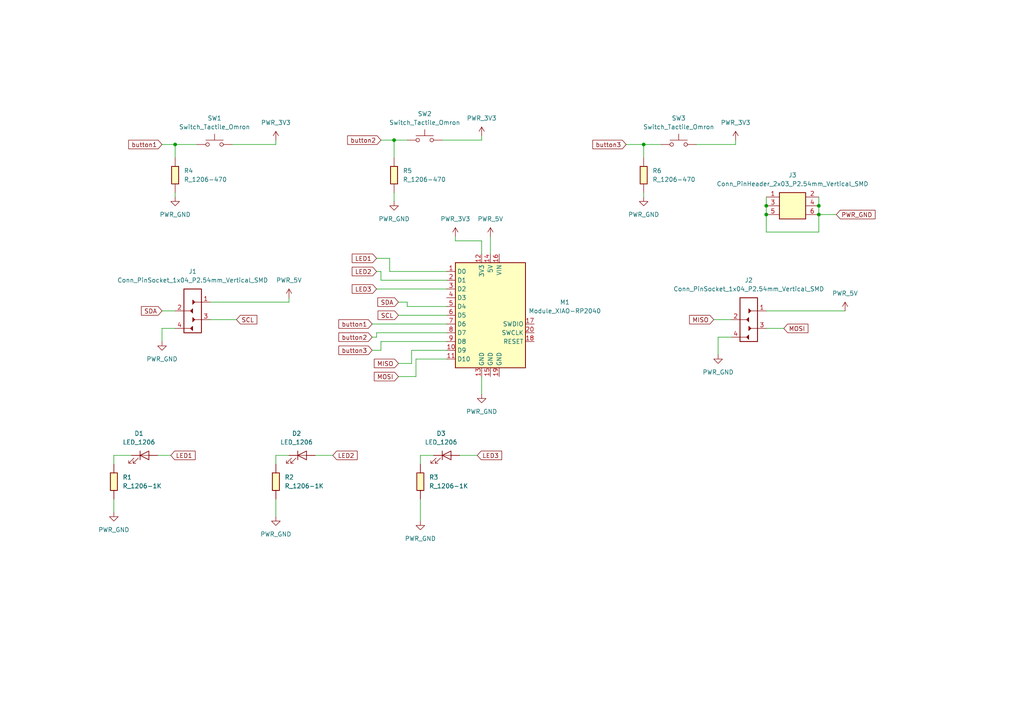
<source format=kicad_sch>
(kicad_sch
	(version 20231120)
	(generator "eeschema")
	(generator_version "8.0")
	(uuid "81748bcd-2d09-465c-a3c0-b8de5f5562a0")
	(paper "A4")
	(lib_symbols
		(symbol "fab:Conn_PinHeader_2x03_P2.54mm_Vertical_SMD"
			(pin_names hide)
			(exclude_from_sim no)
			(in_bom yes)
			(on_board yes)
			(property "Reference" "J"
				(at 0 5.08 0)
				(effects
					(font
						(size 1.27 1.27)
					)
				)
			)
			(property "Value" "Conn_PinHeader_2x03_P2.54mm_Vertical_SMD"
				(at 0 -5.08 0)
				(effects
					(font
						(size 1.27 1.27)
					)
				)
			)
			(property "Footprint" "fab:PinHeader_2x03_P2.54mm_Vertical_SMD"
				(at 0 0 0)
				(effects
					(font
						(size 1.27 1.27)
					)
					(hide yes)
				)
			)
			(property "Datasheet" "https://cdn.amphenol-icc.com/media/wysiwyg/files/drawing/95278.pdf"
				(at 0 0 0)
				(effects
					(font
						(size 1.27 1.27)
					)
					(hide yes)
				)
			)
			(property "Description" "Connector Header Surface Mount 6 position 0.100\" (2.54mm)"
				(at 0 0 0)
				(effects
					(font
						(size 1.27 1.27)
					)
					(hide yes)
				)
			)
			(property "ki_keywords" "connector"
				(at 0 0 0)
				(effects
					(font
						(size 1.27 1.27)
					)
					(hide yes)
				)
			)
			(property "ki_fp_filters" "*PinHeader*2x03*"
				(at 0 0 0)
				(effects
					(font
						(size 1.27 1.27)
					)
					(hide yes)
				)
			)
			(symbol "Conn_PinHeader_2x03_P2.54mm_Vertical_SMD_1_1"
				(rectangle
					(start -3.81 3.81)
					(end 3.81 -3.81)
					(stroke
						(width 0.254)
						(type default)
					)
					(fill
						(type background)
					)
				)
				(pin passive line
					(at -7.62 2.54 0)
					(length 3.81)
					(name "Pin_1"
						(effects
							(font
								(size 1.27 1.27)
							)
						)
					)
					(number "1"
						(effects
							(font
								(size 1.27 1.27)
							)
						)
					)
				)
				(pin passive line
					(at 7.62 2.54 180)
					(length 3.81)
					(name "Pin_2"
						(effects
							(font
								(size 1.27 1.27)
							)
						)
					)
					(number "2"
						(effects
							(font
								(size 1.27 1.27)
							)
						)
					)
				)
				(pin passive line
					(at -7.62 0 0)
					(length 3.81)
					(name "Pin_3"
						(effects
							(font
								(size 1.27 1.27)
							)
						)
					)
					(number "3"
						(effects
							(font
								(size 1.27 1.27)
							)
						)
					)
				)
				(pin passive line
					(at 7.62 0 180)
					(length 3.81)
					(name "Pin_4"
						(effects
							(font
								(size 1.27 1.27)
							)
						)
					)
					(number "4"
						(effects
							(font
								(size 1.27 1.27)
							)
						)
					)
				)
				(pin passive line
					(at -7.62 -2.54 0)
					(length 3.81)
					(name "Pin_5"
						(effects
							(font
								(size 1.27 1.27)
							)
						)
					)
					(number "5"
						(effects
							(font
								(size 1.27 1.27)
							)
						)
					)
				)
				(pin passive line
					(at 7.62 -2.54 180)
					(length 3.81)
					(name "Pin_6"
						(effects
							(font
								(size 1.27 1.27)
							)
						)
					)
					(number "6"
						(effects
							(font
								(size 1.27 1.27)
							)
						)
					)
				)
			)
		)
		(symbol "fab:Conn_PinSocket_1x04_P2.54mm_Vertical_SMD"
			(pin_names hide)
			(exclude_from_sim no)
			(in_bom yes)
			(on_board yes)
			(property "Reference" "J"
				(at 0 7.62 0)
				(effects
					(font
						(size 1.27 1.27)
					)
				)
			)
			(property "Value" "Conn_PinSocket_1x04_P2.54mm_Vertical_SMD"
				(at 0 -7.62 0)
				(effects
					(font
						(size 1.27 1.27)
					)
				)
			)
			(property "Footprint" "fab:PinSocket_1x04_P2.54mm_Vertical_SMD"
				(at 0 0 0)
				(effects
					(font
						(size 1.27 1.27)
					)
					(hide yes)
				)
			)
			(property "Datasheet" "https://media.digikey.com/pdf/Data%20Sheets/Sullins%20PDFs/NPxCxx1KFXx-RC%2010487-D.pdf"
				(at 0 0 0)
				(effects
					(font
						(size 1.27 1.27)
					)
					(hide yes)
				)
			)
			(property "Description" "Top or Bottom Entry Connector 0.100\" (2.54mm) Surface Mount Tin"
				(at 0 0 0)
				(effects
					(font
						(size 1.27 1.27)
					)
					(hide yes)
				)
			)
			(property "ki_keywords" "single row female connector Sullins Connector Solutions NPTC041KFXC-RC"
				(at 0 0 0)
				(effects
					(font
						(size 1.27 1.27)
					)
					(hide yes)
				)
			)
			(property "ki_fp_filters" "*PinSocket*1x04*"
				(at 0 0 0)
				(effects
					(font
						(size 1.27 1.27)
					)
					(hide yes)
				)
			)
			(symbol "Conn_PinSocket_1x04_P2.54mm_Vertical_SMD_0_0"
				(polyline
					(pts
						(xy 0 -5.08) (xy -2.54 -5.08)
					)
					(stroke
						(width 0)
						(type default)
					)
					(fill
						(type none)
					)
				)
				(polyline
					(pts
						(xy 0 0) (xy -2.54 0)
					)
					(stroke
						(width 0)
						(type default)
					)
					(fill
						(type none)
					)
				)
				(polyline
					(pts
						(xy 2.54 -2.54) (xy 0 -2.54)
					)
					(stroke
						(width 0)
						(type default)
					)
					(fill
						(type none)
					)
				)
				(polyline
					(pts
						(xy 2.54 2.54) (xy 0 2.54)
					)
					(stroke
						(width 0)
						(type default)
					)
					(fill
						(type none)
					)
				)
				(polyline
					(pts
						(xy 0 -5.715) (xy -0.635 -5.08) (xy 0 -4.445) (xy 0 -5.715)
					)
					(stroke
						(width 0)
						(type default)
					)
					(fill
						(type outline)
					)
				)
				(polyline
					(pts
						(xy 0 -3.175) (xy 0.635 -2.54) (xy 0 -1.905) (xy 0 -3.175)
					)
					(stroke
						(width 0)
						(type default)
					)
					(fill
						(type outline)
					)
				)
				(polyline
					(pts
						(xy 0 -0.635) (xy -0.635 0) (xy 0 0.635) (xy 0 -0.635)
					)
					(stroke
						(width 0)
						(type default)
					)
					(fill
						(type outline)
					)
				)
				(polyline
					(pts
						(xy 0 1.905) (xy 0.635 2.54) (xy 0 3.175) (xy 0 1.905)
					)
					(stroke
						(width 0)
						(type default)
					)
					(fill
						(type outline)
					)
				)
			)
			(symbol "Conn_PinSocket_1x04_P2.54mm_Vertical_SMD_1_0"
				(rectangle
					(start -2.54 6.35)
					(end 2.54 -6.35)
					(stroke
						(width 0.254)
						(type default)
					)
					(fill
						(type none)
					)
				)
			)
			(symbol "Conn_PinSocket_1x04_P2.54mm_Vertical_SMD_1_1"
				(pin passive line
					(at 5.08 2.54 180)
					(length 2.54)
					(name "Pin_1"
						(effects
							(font
								(size 1.27 1.27)
							)
						)
					)
					(number "1"
						(effects
							(font
								(size 1.27 1.27)
							)
						)
					)
				)
				(pin passive line
					(at -5.08 0 0)
					(length 2.54)
					(name "Pin_2"
						(effects
							(font
								(size 1.27 1.27)
							)
						)
					)
					(number "2"
						(effects
							(font
								(size 1.27 1.27)
							)
						)
					)
				)
				(pin passive line
					(at 5.08 -2.54 180)
					(length 2.54)
					(name "Pin_1"
						(effects
							(font
								(size 1.27 1.27)
							)
						)
					)
					(number "3"
						(effects
							(font
								(size 1.27 1.27)
							)
						)
					)
				)
				(pin passive line
					(at -5.08 -5.08 0)
					(length 2.54)
					(name "Pin_2"
						(effects
							(font
								(size 1.27 1.27)
							)
						)
					)
					(number "4"
						(effects
							(font
								(size 1.27 1.27)
							)
						)
					)
				)
			)
		)
		(symbol "fab:LED_1206"
			(pin_numbers hide)
			(pin_names
				(offset 1.016) hide)
			(exclude_from_sim no)
			(in_bom yes)
			(on_board yes)
			(property "Reference" "D"
				(at 0 2.54 0)
				(effects
					(font
						(size 1.27 1.27)
					)
				)
			)
			(property "Value" "LED_1206"
				(at 0 -2.54 0)
				(effects
					(font
						(size 1.27 1.27)
					)
				)
			)
			(property "Footprint" "fab:LED_1206"
				(at 0 0 0)
				(effects
					(font
						(size 1.27 1.27)
					)
					(hide yes)
				)
			)
			(property "Datasheet" "https://optoelectronics.liteon.com/upload/download/DS-22-98-0002/LTST-C150CKT.pdf"
				(at 0 0 0)
				(effects
					(font
						(size 1.27 1.27)
					)
					(hide yes)
				)
			)
			(property "Description" "Light emitting diode, Lite-On Inc. LTST, SMD"
				(at 0 0 0)
				(effects
					(font
						(size 1.27 1.27)
					)
					(hide yes)
				)
			)
			(property "ki_keywords" "LED diode 1206 SML-LX1206IC-TR SML-LX1206GC-TR 5988230107F 150120BS75000 QBLP650-IW HIR11-21C/L11/TR8"
				(at 0 0 0)
				(effects
					(font
						(size 1.27 1.27)
					)
					(hide yes)
				)
			)
			(property "ki_fp_filters" "*LED*1206*"
				(at 0 0 0)
				(effects
					(font
						(size 1.27 1.27)
					)
					(hide yes)
				)
			)
			(symbol "LED_1206_0_1"
				(polyline
					(pts
						(xy -1.27 -1.27) (xy -1.27 1.27)
					)
					(stroke
						(width 0.2032)
						(type default)
					)
					(fill
						(type none)
					)
				)
				(polyline
					(pts
						(xy -1.27 0) (xy 1.27 0)
					)
					(stroke
						(width 0)
						(type default)
					)
					(fill
						(type none)
					)
				)
				(polyline
					(pts
						(xy 1.27 -1.27) (xy 1.27 1.27) (xy -1.27 0) (xy 1.27 -1.27)
					)
					(stroke
						(width 0.2032)
						(type default)
					)
					(fill
						(type none)
					)
				)
				(polyline
					(pts
						(xy -3.048 -0.762) (xy -4.572 -2.286) (xy -3.81 -2.286) (xy -4.572 -2.286) (xy -4.572 -1.524)
					)
					(stroke
						(width 0)
						(type default)
					)
					(fill
						(type none)
					)
				)
				(polyline
					(pts
						(xy -1.778 -0.762) (xy -3.302 -2.286) (xy -2.54 -2.286) (xy -3.302 -2.286) (xy -3.302 -1.524)
					)
					(stroke
						(width 0)
						(type default)
					)
					(fill
						(type none)
					)
				)
			)
			(symbol "LED_1206_1_1"
				(pin passive line
					(at -3.81 0 0)
					(length 2.54)
					(name "K"
						(effects
							(font
								(size 1.27 1.27)
							)
						)
					)
					(number "1"
						(effects
							(font
								(size 1.27 1.27)
							)
						)
					)
				)
				(pin passive line
					(at 3.81 0 180)
					(length 2.54)
					(name "A"
						(effects
							(font
								(size 1.27 1.27)
							)
						)
					)
					(number "2"
						(effects
							(font
								(size 1.27 1.27)
							)
						)
					)
				)
			)
		)
		(symbol "fab:Module_XIAO-RP2040"
			(exclude_from_sim no)
			(in_bom yes)
			(on_board yes)
			(property "Reference" "M"
				(at -10.16 16.51 0)
				(effects
					(font
						(size 1.27 1.27)
					)
					(justify left)
				)
			)
			(property "Value" "Module_XIAO-RP2040"
				(at 3.81 16.51 0)
				(effects
					(font
						(size 1.27 1.27)
					)
					(justify left)
				)
			)
			(property "Footprint" "fab:SeeedStudio_XIAO_RP2040"
				(at 0 0 0)
				(effects
					(font
						(size 1.27 1.27)
					)
					(hide yes)
				)
			)
			(property "Datasheet" "https://wiki.seeedstudio.com/XIAO-RP2040/"
				(at 0 0 0)
				(effects
					(font
						(size 1.27 1.27)
					)
					(hide yes)
				)
			)
			(property "Description" "RP2040 XIAO RP2040 - ARM® Cortex®-M0+ MCU 32-Bit Embedded Evaluation Board"
				(at 0 0 0)
				(effects
					(font
						(size 1.27 1.27)
					)
					(hide yes)
				)
			)
			(property "ki_keywords" "XIAO RP2040 102010428"
				(at 0 0 0)
				(effects
					(font
						(size 1.27 1.27)
					)
					(hide yes)
				)
			)
			(property "ki_fp_filters" "*SeeedStudio?XIAO?RP2040*"
				(at 0 0 0)
				(effects
					(font
						(size 1.27 1.27)
					)
					(hide yes)
				)
			)
			(symbol "Module_XIAO-RP2040_1_1"
				(rectangle
					(start -10.16 15.24)
					(end 10.16 -15.24)
					(stroke
						(width 0.254)
						(type default)
					)
					(fill
						(type background)
					)
				)
				(pin bidirectional line
					(at -12.7 12.7 0)
					(length 2.54)
					(name "D0"
						(effects
							(font
								(size 1.27 1.27)
							)
						)
					)
					(number "1"
						(effects
							(font
								(size 1.27 1.27)
							)
						)
					)
				)
				(pin bidirectional line
					(at -12.7 -10.16 0)
					(length 2.54)
					(name "D9"
						(effects
							(font
								(size 1.27 1.27)
							)
						)
					)
					(number "10"
						(effects
							(font
								(size 1.27 1.27)
							)
						)
					)
				)
				(pin bidirectional line
					(at -12.7 -12.7 0)
					(length 2.54)
					(name "D10"
						(effects
							(font
								(size 1.27 1.27)
							)
						)
					)
					(number "11"
						(effects
							(font
								(size 1.27 1.27)
							)
						)
					)
				)
				(pin power_in line
					(at -2.54 17.78 270)
					(length 2.54)
					(name "3V3"
						(effects
							(font
								(size 1.27 1.27)
							)
						)
					)
					(number "12"
						(effects
							(font
								(size 1.27 1.27)
							)
						)
					)
				)
				(pin power_in line
					(at -2.54 -17.78 90)
					(length 2.54)
					(name "GND"
						(effects
							(font
								(size 1.27 1.27)
							)
						)
					)
					(number "13"
						(effects
							(font
								(size 1.27 1.27)
							)
						)
					)
				)
				(pin power_in line
					(at 0 17.78 270)
					(length 2.54)
					(name "5V"
						(effects
							(font
								(size 1.27 1.27)
							)
						)
					)
					(number "14"
						(effects
							(font
								(size 1.27 1.27)
							)
						)
					)
				)
				(pin power_in line
					(at 0 -17.78 90)
					(length 2.54)
					(name "GND"
						(effects
							(font
								(size 1.27 1.27)
							)
						)
					)
					(number "15"
						(effects
							(font
								(size 1.27 1.27)
							)
						)
					)
				)
				(pin power_in line
					(at 2.54 17.78 270)
					(length 2.54)
					(name "VIN"
						(effects
							(font
								(size 1.27 1.27)
							)
						)
					)
					(number "16"
						(effects
							(font
								(size 1.27 1.27)
							)
						)
					)
				)
				(pin bidirectional line
					(at 12.7 -2.54 180)
					(length 2.54)
					(name "SWDIO"
						(effects
							(font
								(size 1.27 1.27)
							)
						)
					)
					(number "17"
						(effects
							(font
								(size 1.27 1.27)
							)
						)
					)
				)
				(pin input line
					(at 12.7 -7.62 180)
					(length 2.54)
					(name "RESET"
						(effects
							(font
								(size 1.27 1.27)
							)
						)
					)
					(number "18"
						(effects
							(font
								(size 1.27 1.27)
							)
						)
					)
				)
				(pin power_in line
					(at 2.54 -17.78 90)
					(length 2.54)
					(name "GND"
						(effects
							(font
								(size 1.27 1.27)
							)
						)
					)
					(number "19"
						(effects
							(font
								(size 1.27 1.27)
							)
						)
					)
				)
				(pin bidirectional line
					(at -12.7 10.16 0)
					(length 2.54)
					(name "D1"
						(effects
							(font
								(size 1.27 1.27)
							)
						)
					)
					(number "2"
						(effects
							(font
								(size 1.27 1.27)
							)
						)
					)
				)
				(pin input line
					(at 12.7 -5.08 180)
					(length 2.54)
					(name "SWCLK"
						(effects
							(font
								(size 1.27 1.27)
							)
						)
					)
					(number "20"
						(effects
							(font
								(size 1.27 1.27)
							)
						)
					)
				)
				(pin bidirectional line
					(at -12.7 7.62 0)
					(length 2.54)
					(name "D2"
						(effects
							(font
								(size 1.27 1.27)
							)
						)
					)
					(number "3"
						(effects
							(font
								(size 1.27 1.27)
							)
						)
					)
				)
				(pin bidirectional line
					(at -12.7 5.08 0)
					(length 2.54)
					(name "D3"
						(effects
							(font
								(size 1.27 1.27)
							)
						)
					)
					(number "4"
						(effects
							(font
								(size 1.27 1.27)
							)
						)
					)
				)
				(pin bidirectional line
					(at -12.7 2.54 0)
					(length 2.54)
					(name "D4"
						(effects
							(font
								(size 1.27 1.27)
							)
						)
					)
					(number "5"
						(effects
							(font
								(size 1.27 1.27)
							)
						)
					)
				)
				(pin bidirectional line
					(at -12.7 0 0)
					(length 2.54)
					(name "D5"
						(effects
							(font
								(size 1.27 1.27)
							)
						)
					)
					(number "6"
						(effects
							(font
								(size 1.27 1.27)
							)
						)
					)
				)
				(pin bidirectional line
					(at -12.7 -2.54 0)
					(length 2.54)
					(name "D6"
						(effects
							(font
								(size 1.27 1.27)
							)
						)
					)
					(number "7"
						(effects
							(font
								(size 1.27 1.27)
							)
						)
					)
				)
				(pin bidirectional line
					(at -12.7 -5.08 0)
					(length 2.54)
					(name "D7"
						(effects
							(font
								(size 1.27 1.27)
							)
						)
					)
					(number "8"
						(effects
							(font
								(size 1.27 1.27)
							)
						)
					)
				)
				(pin bidirectional line
					(at -12.7 -7.62 0)
					(length 2.54)
					(name "D8"
						(effects
							(font
								(size 1.27 1.27)
							)
						)
					)
					(number "9"
						(effects
							(font
								(size 1.27 1.27)
							)
						)
					)
				)
			)
		)
		(symbol "fab:PWR_3V3"
			(power)
			(pin_names
				(offset 0)
			)
			(exclude_from_sim no)
			(in_bom yes)
			(on_board yes)
			(property "Reference" "#PWR"
				(at 0 -3.81 0)
				(effects
					(font
						(size 1.27 1.27)
					)
					(hide yes)
				)
			)
			(property "Value" "PWR_3V3"
				(at 0 3.556 0)
				(effects
					(font
						(size 1.27 1.27)
					)
				)
			)
			(property "Footprint" ""
				(at 0 0 0)
				(effects
					(font
						(size 1.27 1.27)
					)
					(hide yes)
				)
			)
			(property "Datasheet" ""
				(at 0 0 0)
				(effects
					(font
						(size 1.27 1.27)
					)
					(hide yes)
				)
			)
			(property "Description" "Power symbol creates a global label with name \"+3V3\""
				(at 0 0 0)
				(effects
					(font
						(size 1.27 1.27)
					)
					(hide yes)
				)
			)
			(property "ki_keywords" "power-flag"
				(at 0 0 0)
				(effects
					(font
						(size 1.27 1.27)
					)
					(hide yes)
				)
			)
			(symbol "PWR_3V3_0_1"
				(polyline
					(pts
						(xy -0.762 1.27) (xy 0 2.54)
					)
					(stroke
						(width 0)
						(type default)
					)
					(fill
						(type none)
					)
				)
				(polyline
					(pts
						(xy 0 0) (xy 0 2.54)
					)
					(stroke
						(width 0)
						(type default)
					)
					(fill
						(type none)
					)
				)
				(polyline
					(pts
						(xy 0 2.54) (xy 0.762 1.27)
					)
					(stroke
						(width 0)
						(type default)
					)
					(fill
						(type none)
					)
				)
			)
			(symbol "PWR_3V3_1_1"
				(pin power_in line
					(at 0 0 90)
					(length 0) hide
					(name "PWR_3V3"
						(effects
							(font
								(size 1.27 1.27)
							)
						)
					)
					(number "1"
						(effects
							(font
								(size 1.27 1.27)
							)
						)
					)
				)
			)
		)
		(symbol "fab:PWR_5V"
			(power)
			(pin_names
				(offset 0)
			)
			(exclude_from_sim no)
			(in_bom yes)
			(on_board yes)
			(property "Reference" "#PWR"
				(at 0 -3.81 0)
				(effects
					(font
						(size 1.27 1.27)
					)
					(hide yes)
				)
			)
			(property "Value" "PWR_5V"
				(at 0 3.556 0)
				(effects
					(font
						(size 1.27 1.27)
					)
				)
			)
			(property "Footprint" ""
				(at 0 0 0)
				(effects
					(font
						(size 1.27 1.27)
					)
					(hide yes)
				)
			)
			(property "Datasheet" ""
				(at 0 0 0)
				(effects
					(font
						(size 1.27 1.27)
					)
					(hide yes)
				)
			)
			(property "Description" "Power symbol creates a global label with name \"+5V\""
				(at 0 0 0)
				(effects
					(font
						(size 1.27 1.27)
					)
					(hide yes)
				)
			)
			(property "ki_keywords" "power-flag"
				(at 0 0 0)
				(effects
					(font
						(size 1.27 1.27)
					)
					(hide yes)
				)
			)
			(symbol "PWR_5V_0_1"
				(polyline
					(pts
						(xy -0.762 1.27) (xy 0 2.54)
					)
					(stroke
						(width 0)
						(type default)
					)
					(fill
						(type none)
					)
				)
				(polyline
					(pts
						(xy 0 0) (xy 0 2.54)
					)
					(stroke
						(width 0)
						(type default)
					)
					(fill
						(type none)
					)
				)
				(polyline
					(pts
						(xy 0 2.54) (xy 0.762 1.27)
					)
					(stroke
						(width 0)
						(type default)
					)
					(fill
						(type none)
					)
				)
			)
			(symbol "PWR_5V_1_1"
				(pin power_in line
					(at 0 0 90)
					(length 0) hide
					(name "PWR_5V"
						(effects
							(font
								(size 1.27 1.27)
							)
						)
					)
					(number "1"
						(effects
							(font
								(size 1.27 1.27)
							)
						)
					)
				)
			)
		)
		(symbol "fab:PWR_GND"
			(power)
			(pin_names
				(offset 0)
			)
			(exclude_from_sim no)
			(in_bom yes)
			(on_board yes)
			(property "Reference" "#PWR"
				(at 0 -6.35 0)
				(effects
					(font
						(size 1.27 1.27)
					)
					(hide yes)
				)
			)
			(property "Value" "PWR_GND"
				(at 0 -3.81 0)
				(effects
					(font
						(size 1.27 1.27)
					)
				)
			)
			(property "Footprint" ""
				(at 0 0 0)
				(effects
					(font
						(size 1.27 1.27)
					)
					(hide yes)
				)
			)
			(property "Datasheet" ""
				(at 0 0 0)
				(effects
					(font
						(size 1.27 1.27)
					)
					(hide yes)
				)
			)
			(property "Description" "Power symbol creates a global label with name \"GND\" , ground"
				(at 0 0 0)
				(effects
					(font
						(size 1.27 1.27)
					)
					(hide yes)
				)
			)
			(property "ki_keywords" "power-flag"
				(at 0 0 0)
				(effects
					(font
						(size 1.27 1.27)
					)
					(hide yes)
				)
			)
			(symbol "PWR_GND_0_1"
				(polyline
					(pts
						(xy 0 0) (xy 0 -1.27) (xy 1.27 -1.27) (xy 0 -2.54) (xy -1.27 -1.27) (xy 0 -1.27)
					)
					(stroke
						(width 0)
						(type default)
					)
					(fill
						(type none)
					)
				)
			)
			(symbol "PWR_GND_1_1"
				(pin power_in line
					(at 0 0 270)
					(length 0) hide
					(name "PWR_GND"
						(effects
							(font
								(size 1.27 1.27)
							)
						)
					)
					(number "1"
						(effects
							(font
								(size 1.27 1.27)
							)
						)
					)
				)
			)
		)
		(symbol "fab:R_1206"
			(pin_numbers hide)
			(pin_names
				(offset 0)
			)
			(exclude_from_sim no)
			(in_bom yes)
			(on_board yes)
			(property "Reference" "R"
				(at 2.54 0 90)
				(effects
					(font
						(size 1.27 1.27)
					)
				)
			)
			(property "Value" "R_1206"
				(at -2.54 0 90)
				(effects
					(font
						(size 1.27 1.27)
					)
				)
			)
			(property "Footprint" "fab:R_1206"
				(at 0 0 90)
				(effects
					(font
						(size 1.27 1.27)
					)
					(hide yes)
				)
			)
			(property "Datasheet" "~"
				(at 0 0 0)
				(effects
					(font
						(size 1.27 1.27)
					)
					(hide yes)
				)
			)
			(property "Description" "Resistor"
				(at 0 0 0)
				(effects
					(font
						(size 1.27 1.27)
					)
					(hide yes)
				)
			)
			(property "ki_keywords" "R res resistor RC1206FR-074M99L RC1206FR-07499KL RC1206FR-0749K9L RC1206FR-0749R9L RC1206FR-074R99L ERJ-8BWJR100V RC1206FR-070RL RC1206FR-071RL RC1206FR-0710RL RC1206FR-07100RL RC1206FR-07499RL RC1206FR-071KL RC1206FR-074K99L RC1206FR-0710KL RC1206FR-07100KL RC1206FR-071ML RC1206FR-0710ML PT1206FR-070R1L"
				(at 0 0 0)
				(effects
					(font
						(size 1.27 1.27)
					)
					(hide yes)
				)
			)
			(property "ki_fp_filters" "*R*1206*"
				(at 0 0 0)
				(effects
					(font
						(size 1.27 1.27)
					)
					(hide yes)
				)
			)
			(symbol "R_1206_0_1"
				(rectangle
					(start -1.016 -2.54)
					(end 1.016 2.54)
					(stroke
						(width 0.254)
						(type default)
					)
					(fill
						(type background)
					)
				)
			)
			(symbol "R_1206_1_1"
				(pin passive line
					(at 0 5.08 270)
					(length 2.54)
					(name "~"
						(effects
							(font
								(size 1.27 1.27)
							)
						)
					)
					(number "1"
						(effects
							(font
								(size 1.27 1.27)
							)
						)
					)
				)
				(pin passive line
					(at 0 -5.08 90)
					(length 2.54)
					(name "~"
						(effects
							(font
								(size 1.27 1.27)
							)
						)
					)
					(number "2"
						(effects
							(font
								(size 1.27 1.27)
							)
						)
					)
				)
			)
		)
		(symbol "fab:Switch_Tactile_Omron"
			(pin_numbers hide)
			(pin_names
				(offset 1.016) hide)
			(exclude_from_sim no)
			(in_bom yes)
			(on_board yes)
			(property "Reference" "SW"
				(at 1.27 2.54 0)
				(effects
					(font
						(size 1.27 1.27)
					)
					(justify left)
				)
			)
			(property "Value" "Switch_Tactile_Omron"
				(at 0 -1.524 0)
				(effects
					(font
						(size 1.27 1.27)
					)
				)
			)
			(property "Footprint" "fab:Button_Omron_B3SN_6.0x6.0mm"
				(at 0 0 0)
				(effects
					(font
						(size 1.27 1.27)
					)
					(hide yes)
				)
			)
			(property "Datasheet" "https://omronfs.omron.com/en_US/ecb/products/pdf/en-b3sn.pdf"
				(at 0 0 0)
				(effects
					(font
						(size 1.27 1.27)
					)
					(hide yes)
				)
			)
			(property "Description" "Push button switch, Omron, B3SN, Sealed Tactile Switch (SMT), SPST-NO Top Actuated Surface Mount"
				(at 0 0 0)
				(effects
					(font
						(size 1.27 1.27)
					)
					(hide yes)
				)
			)
			(property "ki_keywords" "switch normally-open pushbutton push-button button tactile spst single pole single throw B3SN-3112P"
				(at 0 0 0)
				(effects
					(font
						(size 1.27 1.27)
					)
					(hide yes)
				)
			)
			(property "ki_fp_filters" "*Button*"
				(at 0 0 0)
				(effects
					(font
						(size 1.27 1.27)
					)
					(hide yes)
				)
			)
			(symbol "Switch_Tactile_Omron_0_1"
				(circle
					(center -2.032 0)
					(radius 0.508)
					(stroke
						(width 0)
						(type default)
					)
					(fill
						(type none)
					)
				)
				(polyline
					(pts
						(xy 0 1.27) (xy 0 3.048)
					)
					(stroke
						(width 0)
						(type default)
					)
					(fill
						(type none)
					)
				)
				(polyline
					(pts
						(xy 2.54 1.27) (xy -2.54 1.27)
					)
					(stroke
						(width 0)
						(type default)
					)
					(fill
						(type none)
					)
				)
				(circle
					(center 2.032 0)
					(radius 0.508)
					(stroke
						(width 0)
						(type default)
					)
					(fill
						(type none)
					)
				)
				(pin passive line
					(at -5.08 0 0)
					(length 2.54)
					(name "1"
						(effects
							(font
								(size 1.27 1.27)
							)
						)
					)
					(number "1"
						(effects
							(font
								(size 1.27 1.27)
							)
						)
					)
				)
				(pin passive line
					(at 5.08 0 180)
					(length 2.54)
					(name "2"
						(effects
							(font
								(size 1.27 1.27)
							)
						)
					)
					(number "2"
						(effects
							(font
								(size 1.27 1.27)
							)
						)
					)
				)
			)
		)
	)
	(junction
		(at 237.49 62.23)
		(diameter 0)
		(color 0 0 0 0)
		(uuid "0b35b0c6-882c-44fa-be1f-1641d69ca064")
	)
	(junction
		(at 186.69 41.91)
		(diameter 0)
		(color 0 0 0 0)
		(uuid "334a653f-2b7f-40a0-a995-6c9870b38fe2")
	)
	(junction
		(at 50.8 41.91)
		(diameter 0)
		(color 0 0 0 0)
		(uuid "36df1e49-0b69-4602-9ab9-f357c4e9ee17")
	)
	(junction
		(at 222.25 59.69)
		(diameter 0)
		(color 0 0 0 0)
		(uuid "4139bed3-a46f-4a73-901f-d73122b1e84e")
	)
	(junction
		(at 237.49 59.69)
		(diameter 0)
		(color 0 0 0 0)
		(uuid "976aba0c-88c4-4934-98c9-2e7ffe0161dc")
	)
	(junction
		(at 222.25 62.23)
		(diameter 0)
		(color 0 0 0 0)
		(uuid "9aea5071-53d3-41a3-99d3-9ef034341756")
	)
	(junction
		(at 114.3 40.64)
		(diameter 0)
		(color 0 0 0 0)
		(uuid "c7499aed-f478-461a-8fe9-0854c375fbde")
	)
	(wire
		(pts
			(xy 80.01 40.64) (xy 80.01 41.91)
		)
		(stroke
			(width 0)
			(type default)
		)
		(uuid "01be30ab-c06b-4f9a-966d-953bde230979")
	)
	(wire
		(pts
			(xy 119.38 101.6) (xy 119.38 105.41)
		)
		(stroke
			(width 0)
			(type default)
		)
		(uuid "02be3a7c-4343-4495-828c-b7ea61824d9e")
	)
	(wire
		(pts
			(xy 139.7 40.64) (xy 128.27 40.64)
		)
		(stroke
			(width 0)
			(type default)
		)
		(uuid "03fabc93-6e20-4f91-b482-81bce4fbd5c9")
	)
	(wire
		(pts
			(xy 237.49 57.15) (xy 237.49 59.69)
		)
		(stroke
			(width 0)
			(type default)
		)
		(uuid "058bcd89-becf-4b1b-bb75-0f9d17d185bc")
	)
	(wire
		(pts
			(xy 33.02 132.08) (xy 33.02 134.62)
		)
		(stroke
			(width 0)
			(type default)
		)
		(uuid "07b3327a-6127-403d-8c34-7e2f92d267c6")
	)
	(wire
		(pts
			(xy 222.25 95.25) (xy 227.33 95.25)
		)
		(stroke
			(width 0)
			(type default)
		)
		(uuid "090fe4ca-87a9-4c21-9a9d-f49352da04f7")
	)
	(wire
		(pts
			(xy 60.96 92.71) (xy 68.58 92.71)
		)
		(stroke
			(width 0)
			(type default)
		)
		(uuid "0b86384c-1420-4bd4-a6ff-a21b9ae10967")
	)
	(wire
		(pts
			(xy 208.28 97.79) (xy 208.28 102.87)
		)
		(stroke
			(width 0)
			(type default)
		)
		(uuid "0bd2ba4a-7e4b-4d84-9b07-a38b10b1b21b")
	)
	(wire
		(pts
			(xy 133.35 132.08) (xy 138.43 132.08)
		)
		(stroke
			(width 0)
			(type default)
		)
		(uuid "10821d23-1d35-4064-aad9-0e109df74e79")
	)
	(wire
		(pts
			(xy 110.49 99.06) (xy 110.49 101.6)
		)
		(stroke
			(width 0)
			(type default)
		)
		(uuid "1421a816-7750-4ea2-9e0d-cbf138e830b7")
	)
	(wire
		(pts
			(xy 222.25 59.69) (xy 222.25 62.23)
		)
		(stroke
			(width 0)
			(type default)
		)
		(uuid "1a7e1a91-d7b6-4c24-aa94-1ffbb243680c")
	)
	(wire
		(pts
			(xy 110.49 78.74) (xy 109.22 78.74)
		)
		(stroke
			(width 0)
			(type default)
		)
		(uuid "1b4abbbd-e0db-44a4-9e5a-39e219e62bb9")
	)
	(wire
		(pts
			(xy 191.77 41.91) (xy 186.69 41.91)
		)
		(stroke
			(width 0)
			(type default)
		)
		(uuid "272ee812-b4be-4c7d-9fe8-b9cb04bc8923")
	)
	(wire
		(pts
			(xy 109.22 96.52) (xy 109.22 97.79)
		)
		(stroke
			(width 0)
			(type default)
		)
		(uuid "2979018b-4730-4258-b333-5518f0587c6e")
	)
	(wire
		(pts
			(xy 237.49 67.31) (xy 222.25 67.31)
		)
		(stroke
			(width 0)
			(type default)
		)
		(uuid "2a9d0435-0768-4419-a206-d7be29c1b82b")
	)
	(wire
		(pts
			(xy 50.8 41.91) (xy 50.8 45.72)
		)
		(stroke
			(width 0)
			(type default)
		)
		(uuid "2b682ee3-18f2-49ba-bd9b-84595a44dc57")
	)
	(wire
		(pts
			(xy 50.8 55.88) (xy 50.8 57.15)
		)
		(stroke
			(width 0)
			(type default)
		)
		(uuid "2d645750-c7ca-4937-9e1a-0b51ba904884")
	)
	(wire
		(pts
			(xy 107.95 101.6) (xy 110.49 101.6)
		)
		(stroke
			(width 0)
			(type default)
		)
		(uuid "2e3277b3-05e1-4f55-bb58-66b8867a8893")
	)
	(wire
		(pts
			(xy 113.03 74.93) (xy 113.03 78.74)
		)
		(stroke
			(width 0)
			(type default)
		)
		(uuid "33ffe533-8457-433c-bd3e-d8c08e407ba1")
	)
	(wire
		(pts
			(xy 118.11 40.64) (xy 114.3 40.64)
		)
		(stroke
			(width 0)
			(type default)
		)
		(uuid "3501b214-573a-4f38-b058-f38224893753")
	)
	(wire
		(pts
			(xy 67.31 41.91) (xy 80.01 41.91)
		)
		(stroke
			(width 0)
			(type default)
		)
		(uuid "35dfc61c-3cd5-4864-a42c-6bec29c07390")
	)
	(wire
		(pts
			(xy 83.82 86.36) (xy 83.82 87.63)
		)
		(stroke
			(width 0)
			(type default)
		)
		(uuid "42929e2d-dad7-43e3-b604-b02c144ab05e")
	)
	(wire
		(pts
			(xy 129.54 88.9) (xy 118.11 88.9)
		)
		(stroke
			(width 0)
			(type default)
		)
		(uuid "44489d70-5156-4590-b953-f9cee9c84f9b")
	)
	(wire
		(pts
			(xy 83.82 132.08) (xy 80.01 132.08)
		)
		(stroke
			(width 0)
			(type default)
		)
		(uuid "4d901f1c-b770-41ed-a1aa-4dedcaf5b3e5")
	)
	(wire
		(pts
			(xy 237.49 59.69) (xy 237.49 62.23)
		)
		(stroke
			(width 0)
			(type default)
		)
		(uuid "4f279324-79a5-4fd9-8cb4-33fa52a3ab10")
	)
	(wire
		(pts
			(xy 213.36 40.64) (xy 213.36 41.91)
		)
		(stroke
			(width 0)
			(type default)
		)
		(uuid "59ad1380-7658-4078-aba9-af9ec8f7f4ea")
	)
	(wire
		(pts
			(xy 237.49 62.23) (xy 237.49 67.31)
		)
		(stroke
			(width 0)
			(type default)
		)
		(uuid "5b4336a0-2100-4bfc-9cf9-c0919342635f")
	)
	(wire
		(pts
			(xy 201.93 41.91) (xy 213.36 41.91)
		)
		(stroke
			(width 0)
			(type default)
		)
		(uuid "5c306d1b-ed68-44c4-bba4-73ccc7935ea7")
	)
	(wire
		(pts
			(xy 139.7 73.66) (xy 139.7 69.85)
		)
		(stroke
			(width 0)
			(type default)
		)
		(uuid "5e28009a-09ad-4931-84cf-3c376a713459")
	)
	(wire
		(pts
			(xy 129.54 96.52) (xy 109.22 96.52)
		)
		(stroke
			(width 0)
			(type default)
		)
		(uuid "629c8e9f-e818-4e2f-9c6a-689d02f663a1")
	)
	(wire
		(pts
			(xy 46.99 95.25) (xy 46.99 99.06)
		)
		(stroke
			(width 0)
			(type default)
		)
		(uuid "62b60294-152e-4878-836c-6eb89af4c869")
	)
	(wire
		(pts
			(xy 222.25 57.15) (xy 222.25 59.69)
		)
		(stroke
			(width 0)
			(type default)
		)
		(uuid "66f58bf6-c34a-42b9-aaf8-2bf8375a2612")
	)
	(wire
		(pts
			(xy 110.49 40.64) (xy 114.3 40.64)
		)
		(stroke
			(width 0)
			(type default)
		)
		(uuid "675696f6-3363-46c1-acb6-bb6052ae2cbc")
	)
	(wire
		(pts
			(xy 142.24 68.58) (xy 142.24 73.66)
		)
		(stroke
			(width 0)
			(type default)
		)
		(uuid "6f2516c0-78ad-4de2-bc82-6d170ac579b5")
	)
	(wire
		(pts
			(xy 60.96 87.63) (xy 83.82 87.63)
		)
		(stroke
			(width 0)
			(type default)
		)
		(uuid "6fa6e032-5030-499b-a522-a6634d4933ab")
	)
	(wire
		(pts
			(xy 139.7 39.37) (xy 139.7 40.64)
		)
		(stroke
			(width 0)
			(type default)
		)
		(uuid "72b9227d-19a4-485c-a85b-669965536ac2")
	)
	(wire
		(pts
			(xy 118.11 88.9) (xy 118.11 87.63)
		)
		(stroke
			(width 0)
			(type default)
		)
		(uuid "77618968-a86c-4da4-b858-a1f47fd2e161")
	)
	(wire
		(pts
			(xy 121.92 132.08) (xy 121.92 134.62)
		)
		(stroke
			(width 0)
			(type default)
		)
		(uuid "7c5f2706-224b-43a3-9f86-a299aa6654cb")
	)
	(wire
		(pts
			(xy 113.03 78.74) (xy 129.54 78.74)
		)
		(stroke
			(width 0)
			(type default)
		)
		(uuid "8185f99f-cadf-482c-b3a3-39b160b4cf82")
	)
	(wire
		(pts
			(xy 120.65 104.14) (xy 120.65 109.22)
		)
		(stroke
			(width 0)
			(type default)
		)
		(uuid "844dd1a9-b179-4e1e-8e77-e784c1ba3a81")
	)
	(wire
		(pts
			(xy 38.1 132.08) (xy 33.02 132.08)
		)
		(stroke
			(width 0)
			(type default)
		)
		(uuid "86ed4b2d-3a1d-4d06-a245-dd88f079f657")
	)
	(wire
		(pts
			(xy 121.92 144.78) (xy 121.92 151.13)
		)
		(stroke
			(width 0)
			(type default)
		)
		(uuid "8724def8-93b5-4a45-bb73-729f20c10de4")
	)
	(wire
		(pts
			(xy 115.57 105.41) (xy 119.38 105.41)
		)
		(stroke
			(width 0)
			(type default)
		)
		(uuid "946e2b1f-bb47-4cfe-9c95-3bb4fa0ed37f")
	)
	(wire
		(pts
			(xy 186.69 55.88) (xy 186.69 57.15)
		)
		(stroke
			(width 0)
			(type default)
		)
		(uuid "96c51989-5765-4797-98ac-a9cfec1627e2")
	)
	(wire
		(pts
			(xy 109.22 83.82) (xy 129.54 83.82)
		)
		(stroke
			(width 0)
			(type default)
		)
		(uuid "9c3aebb9-6bdf-4adc-8abe-dbb41d50f5b9")
	)
	(wire
		(pts
			(xy 110.49 78.74) (xy 110.49 81.28)
		)
		(stroke
			(width 0)
			(type default)
		)
		(uuid "a177c5a7-6f20-49bc-96a4-81decd62f180")
	)
	(wire
		(pts
			(xy 237.49 62.23) (xy 242.57 62.23)
		)
		(stroke
			(width 0)
			(type default)
		)
		(uuid "a6b61ffe-79cf-463a-a5a8-b8e43b919b82")
	)
	(wire
		(pts
			(xy 222.25 62.23) (xy 222.25 67.31)
		)
		(stroke
			(width 0)
			(type default)
		)
		(uuid "ab3acbdd-6fbd-4630-918a-f82ac86beb23")
	)
	(wire
		(pts
			(xy 91.44 132.08) (xy 96.52 132.08)
		)
		(stroke
			(width 0)
			(type default)
		)
		(uuid "afea9089-4ea2-4d1c-89e8-5267c7d9b57e")
	)
	(wire
		(pts
			(xy 107.95 93.98) (xy 129.54 93.98)
		)
		(stroke
			(width 0)
			(type default)
		)
		(uuid "b0acea5e-9f91-468d-95c2-5077c5aae240")
	)
	(wire
		(pts
			(xy 132.08 69.85) (xy 132.08 68.58)
		)
		(stroke
			(width 0)
			(type default)
		)
		(uuid "b146df6c-d754-4bec-b9cb-7de5d3c9ccb7")
	)
	(wire
		(pts
			(xy 139.7 109.22) (xy 139.7 114.3)
		)
		(stroke
			(width 0)
			(type default)
		)
		(uuid "b95c239f-7e80-4c35-ad06-f5b0db1666ee")
	)
	(wire
		(pts
			(xy 107.95 97.79) (xy 109.22 97.79)
		)
		(stroke
			(width 0)
			(type default)
		)
		(uuid "b9d06a98-44ec-432c-8b24-bebf24f5150a")
	)
	(wire
		(pts
			(xy 109.22 74.93) (xy 113.03 74.93)
		)
		(stroke
			(width 0)
			(type default)
		)
		(uuid "ba47f117-e64c-4a83-bb29-b162600f3598")
	)
	(wire
		(pts
			(xy 207.01 92.71) (xy 212.09 92.71)
		)
		(stroke
			(width 0)
			(type default)
		)
		(uuid "c1f7914b-5e5d-440b-ba4a-8834419f8bd8")
	)
	(wire
		(pts
			(xy 212.09 97.79) (xy 208.28 97.79)
		)
		(stroke
			(width 0)
			(type default)
		)
		(uuid "c845768a-6ea5-4739-916c-1af41469a8ed")
	)
	(wire
		(pts
			(xy 115.57 91.44) (xy 129.54 91.44)
		)
		(stroke
			(width 0)
			(type default)
		)
		(uuid "ce578cfd-6e9c-494b-8caf-94d14a2abd02")
	)
	(wire
		(pts
			(xy 45.72 132.08) (xy 49.53 132.08)
		)
		(stroke
			(width 0)
			(type default)
		)
		(uuid "ceee3f83-0033-43c7-b876-365e7647ee5b")
	)
	(wire
		(pts
			(xy 33.02 144.78) (xy 33.02 148.59)
		)
		(stroke
			(width 0)
			(type default)
		)
		(uuid "cf125264-f9bf-47e6-88e2-e1390e333084")
	)
	(wire
		(pts
			(xy 114.3 55.88) (xy 114.3 58.42)
		)
		(stroke
			(width 0)
			(type default)
		)
		(uuid "d06c0775-3d2b-4120-9814-339ea005b94f")
	)
	(wire
		(pts
			(xy 139.7 69.85) (xy 132.08 69.85)
		)
		(stroke
			(width 0)
			(type default)
		)
		(uuid "d076ed7b-aabf-40f7-ac4d-fc30e2c9b76b")
	)
	(wire
		(pts
			(xy 115.57 87.63) (xy 118.11 87.63)
		)
		(stroke
			(width 0)
			(type default)
		)
		(uuid "d0ba5df6-e0ff-4435-86e5-d8a4650c9af4")
	)
	(wire
		(pts
			(xy 50.8 95.25) (xy 46.99 95.25)
		)
		(stroke
			(width 0)
			(type default)
		)
		(uuid "d36c5b20-50c4-402d-a57d-4bffa123a735")
	)
	(wire
		(pts
			(xy 114.3 40.64) (xy 114.3 45.72)
		)
		(stroke
			(width 0)
			(type default)
		)
		(uuid "dbb50372-fb21-4d11-864a-8dc4d21d6da5")
	)
	(wire
		(pts
			(xy 129.54 104.14) (xy 120.65 104.14)
		)
		(stroke
			(width 0)
			(type default)
		)
		(uuid "e0658006-0603-4d2b-87af-0e98874e1316")
	)
	(wire
		(pts
			(xy 115.57 109.22) (xy 120.65 109.22)
		)
		(stroke
			(width 0)
			(type default)
		)
		(uuid "e1dc91de-ae39-4e42-80a8-28851f7129e3")
	)
	(wire
		(pts
			(xy 125.73 132.08) (xy 121.92 132.08)
		)
		(stroke
			(width 0)
			(type default)
		)
		(uuid "e35d998c-4e99-4f66-be9a-56e876f70cb6")
	)
	(wire
		(pts
			(xy 186.69 41.91) (xy 186.69 45.72)
		)
		(stroke
			(width 0)
			(type default)
		)
		(uuid "e6b5e15f-6b75-443e-bc1e-667269eae765")
	)
	(wire
		(pts
			(xy 57.15 41.91) (xy 50.8 41.91)
		)
		(stroke
			(width 0)
			(type default)
		)
		(uuid "ecbfc436-2a65-471a-9424-2a05687e1e25")
	)
	(wire
		(pts
			(xy 46.99 41.91) (xy 50.8 41.91)
		)
		(stroke
			(width 0)
			(type default)
		)
		(uuid "ee591df6-d72c-484d-b6b7-3458a3a03839")
	)
	(wire
		(pts
			(xy 222.25 90.17) (xy 245.11 90.17)
		)
		(stroke
			(width 0)
			(type default)
		)
		(uuid "f10205ba-1e90-4a6c-9c93-cde1a0c1bc8a")
	)
	(wire
		(pts
			(xy 181.61 41.91) (xy 186.69 41.91)
		)
		(stroke
			(width 0)
			(type default)
		)
		(uuid "f35150d4-601c-4530-acc9-611063a56e4b")
	)
	(wire
		(pts
			(xy 110.49 81.28) (xy 129.54 81.28)
		)
		(stroke
			(width 0)
			(type default)
		)
		(uuid "f38b537e-e258-4d59-913d-5b59aec8338d")
	)
	(wire
		(pts
			(xy 129.54 99.06) (xy 110.49 99.06)
		)
		(stroke
			(width 0)
			(type default)
		)
		(uuid "f39bbce1-b2e3-4c6e-bf4c-cfa2da7be266")
	)
	(wire
		(pts
			(xy 46.99 90.17) (xy 50.8 90.17)
		)
		(stroke
			(width 0)
			(type default)
		)
		(uuid "f50c8329-41eb-42c2-93b7-9f4a2b0246f4")
	)
	(wire
		(pts
			(xy 129.54 101.6) (xy 119.38 101.6)
		)
		(stroke
			(width 0)
			(type default)
		)
		(uuid "f53ec44c-41df-4939-8931-b5606d324c66")
	)
	(wire
		(pts
			(xy 80.01 132.08) (xy 80.01 134.62)
		)
		(stroke
			(width 0)
			(type default)
		)
		(uuid "fcf0bf7f-eda7-4bd9-bbfe-93cad1b92580")
	)
	(wire
		(pts
			(xy 80.01 144.78) (xy 80.01 149.86)
		)
		(stroke
			(width 0)
			(type default)
		)
		(uuid "ff3bdb74-3ddb-4537-bb3d-0496dd732eb0")
	)
	(global_label "PWR_GND"
		(shape input)
		(at 242.57 62.23 0)
		(fields_autoplaced yes)
		(effects
			(font
				(size 1.27 1.27)
			)
			(justify left)
		)
		(uuid "0d838509-d045-4553-8da2-854b03d7b1de")
		(property "Intersheetrefs" "${INTERSHEET_REFS}"
			(at 254.3847 62.23 0)
			(effects
				(font
					(size 1.27 1.27)
				)
				(justify left)
				(hide yes)
			)
		)
	)
	(global_label "SCL"
		(shape input)
		(at 68.58 92.71 0)
		(fields_autoplaced yes)
		(effects
			(font
				(size 1.27 1.27)
			)
			(justify left)
		)
		(uuid "14d50c6b-40d8-4e1d-a3fd-bb7a508b61ea")
		(property "Intersheetrefs" "${INTERSHEET_REFS}"
			(at 75.0728 92.71 0)
			(effects
				(font
					(size 1.27 1.27)
				)
				(justify left)
				(hide yes)
			)
		)
	)
	(global_label "LED3"
		(shape input)
		(at 138.43 132.08 0)
		(fields_autoplaced yes)
		(effects
			(font
				(size 1.27 1.27)
			)
			(justify left)
		)
		(uuid "190dc884-4faf-4369-b436-80b7f7404cb4")
		(property "Intersheetrefs" "${INTERSHEET_REFS}"
			(at 146.0718 132.08 0)
			(effects
				(font
					(size 1.27 1.27)
				)
				(justify left)
				(hide yes)
			)
		)
	)
	(global_label "button1"
		(shape input)
		(at 46.99 41.91 180)
		(fields_autoplaced yes)
		(effects
			(font
				(size 1.27 1.27)
			)
			(justify right)
		)
		(uuid "1ef3ffc6-3eb2-4152-a741-f41ac3766c04")
		(property "Intersheetrefs" "${INTERSHEET_REFS}"
			(at 36.7479 41.91 0)
			(effects
				(font
					(size 1.27 1.27)
				)
				(justify right)
				(hide yes)
			)
		)
	)
	(global_label "button3"
		(shape input)
		(at 181.61 41.91 180)
		(fields_autoplaced yes)
		(effects
			(font
				(size 1.27 1.27)
			)
			(justify right)
		)
		(uuid "26555526-5f9e-410a-ab01-407977142609")
		(property "Intersheetrefs" "${INTERSHEET_REFS}"
			(at 171.3679 41.91 0)
			(effects
				(font
					(size 1.27 1.27)
				)
				(justify right)
				(hide yes)
			)
		)
	)
	(global_label "SCL"
		(shape input)
		(at 115.57 91.44 180)
		(fields_autoplaced yes)
		(effects
			(font
				(size 1.27 1.27)
			)
			(justify right)
		)
		(uuid "2c80d948-4ba6-469a-94a9-97f0c1538ce0")
		(property "Intersheetrefs" "${INTERSHEET_REFS}"
			(at 109.0772 91.44 0)
			(effects
				(font
					(size 1.27 1.27)
				)
				(justify right)
				(hide yes)
			)
		)
	)
	(global_label "button2"
		(shape input)
		(at 107.95 97.79 180)
		(fields_autoplaced yes)
		(effects
			(font
				(size 1.27 1.27)
			)
			(justify right)
		)
		(uuid "32ff5c78-3626-4158-a428-ddb4bbc2beeb")
		(property "Intersheetrefs" "${INTERSHEET_REFS}"
			(at 97.7079 97.79 0)
			(effects
				(font
					(size 1.27 1.27)
				)
				(justify right)
				(hide yes)
			)
		)
	)
	(global_label "LED2"
		(shape input)
		(at 96.52 132.08 0)
		(fields_autoplaced yes)
		(effects
			(font
				(size 1.27 1.27)
			)
			(justify left)
		)
		(uuid "456aea11-07f6-47b7-965d-9755110742bd")
		(property "Intersheetrefs" "${INTERSHEET_REFS}"
			(at 104.1618 132.08 0)
			(effects
				(font
					(size 1.27 1.27)
				)
				(justify left)
				(hide yes)
			)
		)
	)
	(global_label "MOSI"
		(shape input)
		(at 227.33 95.25 0)
		(fields_autoplaced yes)
		(effects
			(font
				(size 1.27 1.27)
			)
			(justify left)
		)
		(uuid "4be7a47e-2c75-4173-88fe-f706ff7e055c")
		(property "Intersheetrefs" "${INTERSHEET_REFS}"
			(at 234.9114 95.25 0)
			(effects
				(font
					(size 1.27 1.27)
				)
				(justify left)
				(hide yes)
			)
		)
	)
	(global_label "MISO"
		(shape input)
		(at 115.57 105.41 180)
		(fields_autoplaced yes)
		(effects
			(font
				(size 1.27 1.27)
			)
			(justify right)
		)
		(uuid "4f3a03b4-71db-4d65-8231-8d0373b3153a")
		(property "Intersheetrefs" "${INTERSHEET_REFS}"
			(at 107.9886 105.41 0)
			(effects
				(font
					(size 1.27 1.27)
				)
				(justify right)
				(hide yes)
			)
		)
	)
	(global_label "LED1"
		(shape input)
		(at 49.53 132.08 0)
		(fields_autoplaced yes)
		(effects
			(font
				(size 1.27 1.27)
			)
			(justify left)
		)
		(uuid "4fffce0d-9f06-4a59-bef4-20e0bc327c3b")
		(property "Intersheetrefs" "${INTERSHEET_REFS}"
			(at 57.1718 132.08 0)
			(effects
				(font
					(size 1.27 1.27)
				)
				(justify left)
				(hide yes)
			)
		)
	)
	(global_label "MISO"
		(shape input)
		(at 207.01 92.71 180)
		(fields_autoplaced yes)
		(effects
			(font
				(size 1.27 1.27)
			)
			(justify right)
		)
		(uuid "91f54afb-d2f0-42c7-a732-0fa1c484db57")
		(property "Intersheetrefs" "${INTERSHEET_REFS}"
			(at 199.4286 92.71 0)
			(effects
				(font
					(size 1.27 1.27)
				)
				(justify right)
				(hide yes)
			)
		)
	)
	(global_label "LED2"
		(shape input)
		(at 109.22 78.74 180)
		(fields_autoplaced yes)
		(effects
			(font
				(size 1.27 1.27)
			)
			(justify right)
		)
		(uuid "95a648ac-c93d-4935-b8bc-5078be16f76c")
		(property "Intersheetrefs" "${INTERSHEET_REFS}"
			(at 101.5782 78.74 0)
			(effects
				(font
					(size 1.27 1.27)
				)
				(justify right)
				(hide yes)
			)
		)
	)
	(global_label "SDA"
		(shape input)
		(at 46.99 90.17 180)
		(fields_autoplaced yes)
		(effects
			(font
				(size 1.27 1.27)
			)
			(justify right)
		)
		(uuid "9c64a15a-c106-427e-b703-77e84dcb39a7")
		(property "Intersheetrefs" "${INTERSHEET_REFS}"
			(at 40.4367 90.17 0)
			(effects
				(font
					(size 1.27 1.27)
				)
				(justify right)
				(hide yes)
			)
		)
	)
	(global_label "LED1"
		(shape input)
		(at 109.22 74.93 180)
		(fields_autoplaced yes)
		(effects
			(font
				(size 1.27 1.27)
			)
			(justify right)
		)
		(uuid "a028a5a4-a23f-43d6-9073-4f4926ce4fa4")
		(property "Intersheetrefs" "${INTERSHEET_REFS}"
			(at 101.5782 74.93 0)
			(effects
				(font
					(size 1.27 1.27)
				)
				(justify right)
				(hide yes)
			)
		)
	)
	(global_label "MOSI"
		(shape input)
		(at 115.57 109.22 180)
		(fields_autoplaced yes)
		(effects
			(font
				(size 1.27 1.27)
			)
			(justify right)
		)
		(uuid "ae546386-1c1f-4054-a69e-96db15173707")
		(property "Intersheetrefs" "${INTERSHEET_REFS}"
			(at 107.9886 109.22 0)
			(effects
				(font
					(size 1.27 1.27)
				)
				(justify right)
				(hide yes)
			)
		)
	)
	(global_label "SDA"
		(shape input)
		(at 115.57 87.63 180)
		(fields_autoplaced yes)
		(effects
			(font
				(size 1.27 1.27)
			)
			(justify right)
		)
		(uuid "aeebf6bf-f2e4-4d3c-ac61-250e47664b64")
		(property "Intersheetrefs" "${INTERSHEET_REFS}"
			(at 109.0167 87.63 0)
			(effects
				(font
					(size 1.27 1.27)
				)
				(justify right)
				(hide yes)
			)
		)
	)
	(global_label "button1"
		(shape input)
		(at 107.95 93.98 180)
		(fields_autoplaced yes)
		(effects
			(font
				(size 1.27 1.27)
			)
			(justify right)
		)
		(uuid "c1af6867-0fe1-4e4b-9c0e-72fb3895157f")
		(property "Intersheetrefs" "${INTERSHEET_REFS}"
			(at 97.7079 93.98 0)
			(effects
				(font
					(size 1.27 1.27)
				)
				(justify right)
				(hide yes)
			)
		)
	)
	(global_label "button2"
		(shape input)
		(at 110.49 40.64 180)
		(fields_autoplaced yes)
		(effects
			(font
				(size 1.27 1.27)
			)
			(justify right)
		)
		(uuid "d5e5d418-2c22-41e0-9eda-bf536d5ed9fd")
		(property "Intersheetrefs" "${INTERSHEET_REFS}"
			(at 100.2479 40.64 0)
			(effects
				(font
					(size 1.27 1.27)
				)
				(justify right)
				(hide yes)
			)
		)
	)
	(global_label "LED3"
		(shape input)
		(at 109.22 83.82 180)
		(fields_autoplaced yes)
		(effects
			(font
				(size 1.27 1.27)
			)
			(justify right)
		)
		(uuid "d90e39b4-0208-43a8-bd61-4ecd134f0004")
		(property "Intersheetrefs" "${INTERSHEET_REFS}"
			(at 101.5782 83.82 0)
			(effects
				(font
					(size 1.27 1.27)
				)
				(justify right)
				(hide yes)
			)
		)
	)
	(global_label "button3"
		(shape input)
		(at 107.95 101.6 180)
		(fields_autoplaced yes)
		(effects
			(font
				(size 1.27 1.27)
			)
			(justify right)
		)
		(uuid "fab200c7-36a3-4e61-b2ab-73c080b1109a")
		(property "Intersheetrefs" "${INTERSHEET_REFS}"
			(at 97.7079 101.6 0)
			(effects
				(font
					(size 1.27 1.27)
				)
				(justify right)
				(hide yes)
			)
		)
	)
	(symbol
		(lib_id "fab:PWR_GND")
		(at 46.99 99.06 0)
		(unit 1)
		(exclude_from_sim no)
		(in_bom yes)
		(on_board yes)
		(dnp no)
		(fields_autoplaced yes)
		(uuid "022fec31-5be4-4ace-b075-3802cc7a0e73")
		(property "Reference" "#PWR013"
			(at 46.99 105.41 0)
			(effects
				(font
					(size 1.27 1.27)
				)
				(hide yes)
			)
		)
		(property "Value" "PWR_GND"
			(at 46.99 104.14 0)
			(effects
				(font
					(size 1.27 1.27)
				)
			)
		)
		(property "Footprint" ""
			(at 46.99 99.06 0)
			(effects
				(font
					(size 1.27 1.27)
				)
				(hide yes)
			)
		)
		(property "Datasheet" ""
			(at 46.99 99.06 0)
			(effects
				(font
					(size 1.27 1.27)
				)
				(hide yes)
			)
		)
		(property "Description" "Power symbol creates a global label with name \"GND\" , ground"
			(at 46.99 99.06 0)
			(effects
				(font
					(size 1.27 1.27)
				)
				(hide yes)
			)
		)
		(pin "1"
			(uuid "81a6c348-15c2-482a-a966-23cfaf1ccf5b")
		)
		(instances
			(project ""
				(path "/81748bcd-2d09-465c-a3c0-b8de5f5562a0"
					(reference "#PWR013")
					(unit 1)
				)
			)
		)
	)
	(symbol
		(lib_id "fab:PWR_GND")
		(at 139.7 114.3 0)
		(unit 1)
		(exclude_from_sim no)
		(in_bom yes)
		(on_board yes)
		(dnp no)
		(fields_autoplaced yes)
		(uuid "09363a70-da92-4d4a-9f1c-b372ce70a17b")
		(property "Reference" "#PWR01"
			(at 139.7 120.65 0)
			(effects
				(font
					(size 1.27 1.27)
				)
				(hide yes)
			)
		)
		(property "Value" "PWR_GND"
			(at 139.7 119.38 0)
			(effects
				(font
					(size 1.27 1.27)
				)
			)
		)
		(property "Footprint" ""
			(at 139.7 114.3 0)
			(effects
				(font
					(size 1.27 1.27)
				)
				(hide yes)
			)
		)
		(property "Datasheet" ""
			(at 139.7 114.3 0)
			(effects
				(font
					(size 1.27 1.27)
				)
				(hide yes)
			)
		)
		(property "Description" "Power symbol creates a global label with name \"GND\" , ground"
			(at 139.7 114.3 0)
			(effects
				(font
					(size 1.27 1.27)
				)
				(hide yes)
			)
		)
		(pin "1"
			(uuid "6e9afe46-60be-405a-891f-2bf5f6562036")
		)
		(instances
			(project ""
				(path "/81748bcd-2d09-465c-a3c0-b8de5f5562a0"
					(reference "#PWR01")
					(unit 1)
				)
			)
		)
	)
	(symbol
		(lib_id "fab:R_1206")
		(at 121.92 139.7 0)
		(unit 1)
		(exclude_from_sim no)
		(in_bom yes)
		(on_board yes)
		(dnp no)
		(fields_autoplaced yes)
		(uuid "0cd27cd0-a2e5-4b29-9ac7-6e28aa372808")
		(property "Reference" "R3"
			(at 124.46 138.4299 0)
			(effects
				(font
					(size 1.27 1.27)
				)
				(justify left)
			)
		)
		(property "Value" "R_1206-1K"
			(at 124.46 140.9699 0)
			(effects
				(font
					(size 1.27 1.27)
				)
				(justify left)
			)
		)
		(property "Footprint" "fab:R_1206"
			(at 121.92 139.7 90)
			(effects
				(font
					(size 1.27 1.27)
				)
				(hide yes)
			)
		)
		(property "Datasheet" "~"
			(at 121.92 139.7 0)
			(effects
				(font
					(size 1.27 1.27)
				)
				(hide yes)
			)
		)
		(property "Description" "Resistor"
			(at 121.92 139.7 0)
			(effects
				(font
					(size 1.27 1.27)
				)
				(hide yes)
			)
		)
		(pin "2"
			(uuid "2c88fdf9-3fdd-4f68-96f4-0910c7ba7e3a")
		)
		(pin "1"
			(uuid "9e0b04d4-3dad-4586-8b1e-f08419b02f9a")
		)
		(instances
			(project ""
				(path "/81748bcd-2d09-465c-a3c0-b8de5f5562a0"
					(reference "R3")
					(unit 1)
				)
			)
		)
	)
	(symbol
		(lib_id "fab:PWR_3V3")
		(at 132.08 68.58 0)
		(unit 1)
		(exclude_from_sim no)
		(in_bom yes)
		(on_board yes)
		(dnp no)
		(uuid "15b94b57-1b39-4dbc-a036-3e23b9b0fc94")
		(property "Reference" "#PWR05"
			(at 132.08 72.39 0)
			(effects
				(font
					(size 1.27 1.27)
				)
				(hide yes)
			)
		)
		(property "Value" "PWR_3V3"
			(at 132.08 63.5 0)
			(effects
				(font
					(size 1.27 1.27)
				)
			)
		)
		(property "Footprint" ""
			(at 132.08 68.58 0)
			(effects
				(font
					(size 1.27 1.27)
				)
				(hide yes)
			)
		)
		(property "Datasheet" ""
			(at 132.08 68.58 0)
			(effects
				(font
					(size 1.27 1.27)
				)
				(hide yes)
			)
		)
		(property "Description" "Power symbol creates a global label with name \"+3V3\""
			(at 132.08 68.58 0)
			(effects
				(font
					(size 1.27 1.27)
				)
				(hide yes)
			)
		)
		(pin "1"
			(uuid "f5b30b9f-82d9-407e-9ad8-6df7114f7862")
		)
		(instances
			(project ""
				(path "/81748bcd-2d09-465c-a3c0-b8de5f5562a0"
					(reference "#PWR05")
					(unit 1)
				)
			)
		)
	)
	(symbol
		(lib_id "fab:PWR_GND")
		(at 208.28 102.87 0)
		(unit 1)
		(exclude_from_sim no)
		(in_bom yes)
		(on_board yes)
		(dnp no)
		(fields_autoplaced yes)
		(uuid "18039194-9610-41be-a1fb-85312cecb61d")
		(property "Reference" "#PWR014"
			(at 208.28 109.22 0)
			(effects
				(font
					(size 1.27 1.27)
				)
				(hide yes)
			)
		)
		(property "Value" "PWR_GND"
			(at 208.28 107.95 0)
			(effects
				(font
					(size 1.27 1.27)
				)
			)
		)
		(property "Footprint" ""
			(at 208.28 102.87 0)
			(effects
				(font
					(size 1.27 1.27)
				)
				(hide yes)
			)
		)
		(property "Datasheet" ""
			(at 208.28 102.87 0)
			(effects
				(font
					(size 1.27 1.27)
				)
				(hide yes)
			)
		)
		(property "Description" "Power symbol creates a global label with name \"GND\" , ground"
			(at 208.28 102.87 0)
			(effects
				(font
					(size 1.27 1.27)
				)
				(hide yes)
			)
		)
		(pin "1"
			(uuid "04a2adf4-f884-4b8c-82f7-aedeebb122c3")
		)
		(instances
			(project ""
				(path "/81748bcd-2d09-465c-a3c0-b8de5f5562a0"
					(reference "#PWR014")
					(unit 1)
				)
			)
		)
	)
	(symbol
		(lib_id "fab:Conn_PinHeader_2x03_P2.54mm_Vertical_SMD")
		(at 229.87 59.69 0)
		(unit 1)
		(exclude_from_sim no)
		(in_bom yes)
		(on_board yes)
		(dnp no)
		(fields_autoplaced yes)
		(uuid "23395a39-c88d-4e8c-a3a5-624520e041fd")
		(property "Reference" "J3"
			(at 229.87 50.8 0)
			(effects
				(font
					(size 1.27 1.27)
				)
			)
		)
		(property "Value" "Conn_PinHeader_2x03_P2.54mm_Vertical_SMD"
			(at 229.87 53.34 0)
			(effects
				(font
					(size 1.27 1.27)
				)
			)
		)
		(property "Footprint" "fab:PinHeader_2x03_P2.54mm_Vertical_SMD"
			(at 229.87 59.69 0)
			(effects
				(font
					(size 1.27 1.27)
				)
				(hide yes)
			)
		)
		(property "Datasheet" "https://cdn.amphenol-icc.com/media/wysiwyg/files/drawing/95278.pdf"
			(at 229.87 59.69 0)
			(effects
				(font
					(size 1.27 1.27)
				)
				(hide yes)
			)
		)
		(property "Description" "Connector Header Surface Mount 6 position 0.100\" (2.54mm)"
			(at 229.87 59.69 0)
			(effects
				(font
					(size 1.27 1.27)
				)
				(hide yes)
			)
		)
		(pin "4"
			(uuid "422dacc1-36e2-4354-8d73-428002491fe1")
		)
		(pin "6"
			(uuid "4af2e5e2-4ed7-45c9-9d83-ae46a7a22679")
		)
		(pin "3"
			(uuid "3e9def8c-e95e-4a72-a53c-b347d5b07367")
		)
		(pin "1"
			(uuid "1721a8cc-7ff0-4e99-b03f-2763cec2582d")
		)
		(pin "5"
			(uuid "55d26fd5-51c0-4619-880a-b2a9889676b5")
		)
		(pin "2"
			(uuid "dd9527e1-a490-4ccc-a738-daa45fd83faf")
		)
		(instances
			(project ""
				(path "/81748bcd-2d09-465c-a3c0-b8de5f5562a0"
					(reference "J3")
					(unit 1)
				)
			)
		)
	)
	(symbol
		(lib_id "fab:Switch_Tactile_Omron")
		(at 62.23 41.91 0)
		(unit 1)
		(exclude_from_sim no)
		(in_bom yes)
		(on_board yes)
		(dnp no)
		(fields_autoplaced yes)
		(uuid "23a79255-f0f5-4744-888d-db47b90bbea9")
		(property "Reference" "SW1"
			(at 62.23 34.29 0)
			(effects
				(font
					(size 1.27 1.27)
				)
			)
		)
		(property "Value" "Switch_Tactile_Omron"
			(at 62.23 36.83 0)
			(effects
				(font
					(size 1.27 1.27)
				)
			)
		)
		(property "Footprint" "fab:Button_Omron_B3SN_6.0x6.0mm"
			(at 62.23 41.91 0)
			(effects
				(font
					(size 1.27 1.27)
				)
				(hide yes)
			)
		)
		(property "Datasheet" "https://omronfs.omron.com/en_US/ecb/products/pdf/en-b3sn.pdf"
			(at 62.23 41.91 0)
			(effects
				(font
					(size 1.27 1.27)
				)
				(hide yes)
			)
		)
		(property "Description" "Push button switch, Omron, B3SN, Sealed Tactile Switch (SMT), SPST-NO Top Actuated Surface Mount"
			(at 62.23 41.91 0)
			(effects
				(font
					(size 1.27 1.27)
				)
				(hide yes)
			)
		)
		(pin "1"
			(uuid "1ab6c449-ecec-43be-9c98-9008105eb9c0")
		)
		(pin "2"
			(uuid "ee0312ad-1e5a-4b3d-a756-9300518ea61b")
		)
		(instances
			(project ""
				(path "/81748bcd-2d09-465c-a3c0-b8de5f5562a0"
					(reference "SW1")
					(unit 1)
				)
			)
		)
	)
	(symbol
		(lib_id "fab:Conn_PinSocket_1x04_P2.54mm_Vertical_SMD")
		(at 55.88 90.17 0)
		(unit 1)
		(exclude_from_sim no)
		(in_bom yes)
		(on_board yes)
		(dnp no)
		(fields_autoplaced yes)
		(uuid "26b62169-432e-436a-8a89-ea02ec5af3a8")
		(property "Reference" "J1"
			(at 55.88 78.74 0)
			(effects
				(font
					(size 1.27 1.27)
				)
			)
		)
		(property "Value" "Conn_PinSocket_1x04_P2.54mm_Vertical_SMD"
			(at 55.88 81.28 0)
			(effects
				(font
					(size 1.27 1.27)
				)
			)
		)
		(property "Footprint" "fab:PinSocket_1x04_P2.54mm_Vertical_SMD"
			(at 55.88 90.17 0)
			(effects
				(font
					(size 1.27 1.27)
				)
				(hide yes)
			)
		)
		(property "Datasheet" "https://media.digikey.com/pdf/Data%20Sheets/Sullins%20PDFs/NPxCxx1KFXx-RC%2010487-D.pdf"
			(at 55.88 90.17 0)
			(effects
				(font
					(size 1.27 1.27)
				)
				(hide yes)
			)
		)
		(property "Description" "Top or Bottom Entry Connector 0.100\" (2.54mm) Surface Mount Tin"
			(at 55.88 90.17 0)
			(effects
				(font
					(size 1.27 1.27)
				)
				(hide yes)
			)
		)
		(pin "2"
			(uuid "457d0253-a614-4a8f-99b7-f20b4fb4cc1f")
		)
		(pin "3"
			(uuid "47334b22-8cf7-4cb3-914a-aecb4ae900a3")
		)
		(pin "4"
			(uuid "81cc6c06-8195-47fe-a2d4-c467b1cf3ef4")
		)
		(pin "1"
			(uuid "ee3aad3c-8e69-41f6-9afd-0533707e41cc")
		)
		(instances
			(project ""
				(path "/81748bcd-2d09-465c-a3c0-b8de5f5562a0"
					(reference "J1")
					(unit 1)
				)
			)
		)
	)
	(symbol
		(lib_id "fab:Module_XIAO-RP2040")
		(at 142.24 91.44 0)
		(unit 1)
		(exclude_from_sim no)
		(in_bom yes)
		(on_board yes)
		(dnp no)
		(fields_autoplaced yes)
		(uuid "2f02bc7a-06b2-43f4-9793-a11163ab4edb")
		(property "Reference" "M1"
			(at 163.83 87.6614 0)
			(effects
				(font
					(size 1.27 1.27)
				)
			)
		)
		(property "Value" "Module_XIAO-RP2040"
			(at 163.83 90.2014 0)
			(effects
				(font
					(size 1.27 1.27)
				)
			)
		)
		(property "Footprint" "fab:SeeedStudio_XIAO_RP2040"
			(at 142.24 91.44 0)
			(effects
				(font
					(size 1.27 1.27)
				)
				(hide yes)
			)
		)
		(property "Datasheet" "https://wiki.seeedstudio.com/XIAO-RP2040/"
			(at 142.24 91.44 0)
			(effects
				(font
					(size 1.27 1.27)
				)
				(hide yes)
			)
		)
		(property "Description" "RP2040 XIAO RP2040 - ARM® Cortex®-M0+ MCU 32-Bit Embedded Evaluation Board"
			(at 142.24 91.44 0)
			(effects
				(font
					(size 1.27 1.27)
				)
				(hide yes)
			)
		)
		(pin "18"
			(uuid "aaf5ca59-69ab-4202-9d8c-6001a959185d")
		)
		(pin "20"
			(uuid "68d7661a-f5dd-41b1-a0ec-cae0583805ec")
		)
		(pin "17"
			(uuid "47700b98-53c6-4824-8204-67d842f0ba44")
		)
		(pin "6"
			(uuid "44a21c75-d73b-4476-afc4-909bfcb193ea")
		)
		(pin "7"
			(uuid "ed4e167d-e1ec-4600-9f2c-589a9109ba04")
		)
		(pin "8"
			(uuid "45526e8f-44ef-46c3-93e6-ad35fee463cc")
		)
		(pin "12"
			(uuid "6f7052ca-41e0-43ca-8bf0-2694e021dade")
		)
		(pin "5"
			(uuid "59015b4b-32d7-40ea-b86d-f182345a205a")
		)
		(pin "1"
			(uuid "b1d84d5e-aa4c-493b-8b86-4af8499e039e")
		)
		(pin "16"
			(uuid "8046250d-34a6-44d0-9dac-1f65862e56ec")
		)
		(pin "14"
			(uuid "0db77480-6b9d-40f3-91cf-ae39d6f6ed19")
		)
		(pin "13"
			(uuid "518b2e5b-69e9-4b62-8876-f561c5448056")
		)
		(pin "9"
			(uuid "a459ee10-f2fa-4974-8df9-21e34ab56376")
		)
		(pin "4"
			(uuid "1a3b18e6-1e61-4318-8497-69829947984f")
		)
		(pin "3"
			(uuid "cc4b2858-b6b4-4458-a687-2ac4920dcf7f")
		)
		(pin "19"
			(uuid "2369fd27-e44c-4253-a596-b95470b395a5")
		)
		(pin "2"
			(uuid "21b24f4f-6583-4296-8299-e2a311c777ef")
		)
		(pin "10"
			(uuid "5e51a27e-78b8-4695-8e15-85ff4837cc1b")
		)
		(pin "11"
			(uuid "0a413140-ed44-41b6-8f67-93d16778fa11")
		)
		(pin "15"
			(uuid "c165ec97-3f15-4e63-8018-e964208debde")
		)
		(instances
			(project ""
				(path "/81748bcd-2d09-465c-a3c0-b8de5f5562a0"
					(reference "M1")
					(unit 1)
				)
			)
		)
	)
	(symbol
		(lib_id "fab:R_1206")
		(at 80.01 139.7 0)
		(unit 1)
		(exclude_from_sim no)
		(in_bom yes)
		(on_board yes)
		(dnp no)
		(fields_autoplaced yes)
		(uuid "35a4370e-b5c7-427f-924b-6a9f56312024")
		(property "Reference" "R2"
			(at 82.55 138.4299 0)
			(effects
				(font
					(size 1.27 1.27)
				)
				(justify left)
			)
		)
		(property "Value" "R_1206-1K"
			(at 82.55 140.9699 0)
			(effects
				(font
					(size 1.27 1.27)
				)
				(justify left)
			)
		)
		(property "Footprint" "fab:R_1206"
			(at 80.01 139.7 90)
			(effects
				(font
					(size 1.27 1.27)
				)
				(hide yes)
			)
		)
		(property "Datasheet" "~"
			(at 80.01 139.7 0)
			(effects
				(font
					(size 1.27 1.27)
				)
				(hide yes)
			)
		)
		(property "Description" "Resistor"
			(at 80.01 139.7 0)
			(effects
				(font
					(size 1.27 1.27)
				)
				(hide yes)
			)
		)
		(pin "1"
			(uuid "cadd79c9-e460-46de-905b-48c2fbb3932b")
		)
		(pin "2"
			(uuid "2124e749-ccf5-45c0-aa79-948e06e58a28")
		)
		(instances
			(project ""
				(path "/81748bcd-2d09-465c-a3c0-b8de5f5562a0"
					(reference "R2")
					(unit 1)
				)
			)
		)
	)
	(symbol
		(lib_id "fab:PWR_GND")
		(at 114.3 58.42 0)
		(unit 1)
		(exclude_from_sim no)
		(in_bom yes)
		(on_board yes)
		(dnp no)
		(fields_autoplaced yes)
		(uuid "3880cef4-5597-46cd-a0dc-6496bd06f8e4")
		(property "Reference" "#PWR08"
			(at 114.3 64.77 0)
			(effects
				(font
					(size 1.27 1.27)
				)
				(hide yes)
			)
		)
		(property "Value" "PWR_GND"
			(at 114.3 63.5 0)
			(effects
				(font
					(size 1.27 1.27)
				)
			)
		)
		(property "Footprint" ""
			(at 114.3 58.42 0)
			(effects
				(font
					(size 1.27 1.27)
				)
				(hide yes)
			)
		)
		(property "Datasheet" ""
			(at 114.3 58.42 0)
			(effects
				(font
					(size 1.27 1.27)
				)
				(hide yes)
			)
		)
		(property "Description" "Power symbol creates a global label with name \"GND\" , ground"
			(at 114.3 58.42 0)
			(effects
				(font
					(size 1.27 1.27)
				)
				(hide yes)
			)
		)
		(pin "1"
			(uuid "a2a9f2ba-0c46-42bd-8fc3-ee9af84abbf0")
		)
		(instances
			(project ""
				(path "/81748bcd-2d09-465c-a3c0-b8de5f5562a0"
					(reference "#PWR08")
					(unit 1)
				)
			)
		)
	)
	(symbol
		(lib_id "fab:LED_1206")
		(at 87.63 132.08 0)
		(unit 1)
		(exclude_from_sim no)
		(in_bom yes)
		(on_board yes)
		(dnp no)
		(fields_autoplaced yes)
		(uuid "38c7d5b3-766d-48be-a7c6-56393c871377")
		(property "Reference" "D2"
			(at 86.0298 125.73 0)
			(effects
				(font
					(size 1.27 1.27)
				)
			)
		)
		(property "Value" "LED_1206"
			(at 86.0298 128.27 0)
			(effects
				(font
					(size 1.27 1.27)
				)
			)
		)
		(property "Footprint" "fab:LED_1206"
			(at 87.63 132.08 0)
			(effects
				(font
					(size 1.27 1.27)
				)
				(hide yes)
			)
		)
		(property "Datasheet" "https://optoelectronics.liteon.com/upload/download/DS-22-98-0002/LTST-C150CKT.pdf"
			(at 87.63 132.08 0)
			(effects
				(font
					(size 1.27 1.27)
				)
				(hide yes)
			)
		)
		(property "Description" "Light emitting diode, Lite-On Inc. LTST, SMD"
			(at 87.63 132.08 0)
			(effects
				(font
					(size 1.27 1.27)
				)
				(hide yes)
			)
		)
		(pin "1"
			(uuid "df525558-6334-49e5-b65f-d2e1184a5707")
		)
		(pin "2"
			(uuid "01501864-c123-4159-bd8d-d4ef63a95f31")
		)
		(instances
			(project ""
				(path "/81748bcd-2d09-465c-a3c0-b8de5f5562a0"
					(reference "D2")
					(unit 1)
				)
			)
		)
	)
	(symbol
		(lib_id "fab:R_1206")
		(at 50.8 50.8 0)
		(unit 1)
		(exclude_from_sim no)
		(in_bom yes)
		(on_board yes)
		(dnp no)
		(fields_autoplaced yes)
		(uuid "41b8e932-8e88-46ea-a1e0-88d19fbb7ea5")
		(property "Reference" "R4"
			(at 53.34 49.5299 0)
			(effects
				(font
					(size 1.27 1.27)
				)
				(justify left)
			)
		)
		(property "Value" "R_1206-470"
			(at 53.34 52.0699 0)
			(effects
				(font
					(size 1.27 1.27)
				)
				(justify left)
			)
		)
		(property "Footprint" "fab:R_1206"
			(at 50.8 50.8 90)
			(effects
				(font
					(size 1.27 1.27)
				)
				(hide yes)
			)
		)
		(property "Datasheet" "~"
			(at 50.8 50.8 0)
			(effects
				(font
					(size 1.27 1.27)
				)
				(hide yes)
			)
		)
		(property "Description" "Resistor"
			(at 50.8 50.8 0)
			(effects
				(font
					(size 1.27 1.27)
				)
				(hide yes)
			)
		)
		(pin "2"
			(uuid "9ff17fcb-9a2e-4e94-b8bc-c8401f76acf0")
		)
		(pin "1"
			(uuid "cb8ab673-417b-4885-9bcf-2339e6d805fd")
		)
		(instances
			(project ""
				(path "/81748bcd-2d09-465c-a3c0-b8de5f5562a0"
					(reference "R4")
					(unit 1)
				)
			)
		)
	)
	(symbol
		(lib_id "fab:PWR_5V")
		(at 142.24 68.58 0)
		(unit 1)
		(exclude_from_sim no)
		(in_bom yes)
		(on_board yes)
		(dnp no)
		(fields_autoplaced yes)
		(uuid "4bc60e6d-094a-4099-a1be-0e4de7440873")
		(property "Reference" "#PWR06"
			(at 142.24 72.39 0)
			(effects
				(font
					(size 1.27 1.27)
				)
				(hide yes)
			)
		)
		(property "Value" "PWR_5V"
			(at 142.24 63.5 0)
			(effects
				(font
					(size 1.27 1.27)
				)
			)
		)
		(property "Footprint" ""
			(at 142.24 68.58 0)
			(effects
				(font
					(size 1.27 1.27)
				)
				(hide yes)
			)
		)
		(property "Datasheet" ""
			(at 142.24 68.58 0)
			(effects
				(font
					(size 1.27 1.27)
				)
				(hide yes)
			)
		)
		(property "Description" "Power symbol creates a global label with name \"+5V\""
			(at 142.24 68.58 0)
			(effects
				(font
					(size 1.27 1.27)
				)
				(hide yes)
			)
		)
		(pin "1"
			(uuid "a579511e-5820-4da3-84cc-ab3047d46aa6")
		)
		(instances
			(project ""
				(path "/81748bcd-2d09-465c-a3c0-b8de5f5562a0"
					(reference "#PWR06")
					(unit 1)
				)
			)
		)
	)
	(symbol
		(lib_id "fab:PWR_GND")
		(at 121.92 151.13 0)
		(unit 1)
		(exclude_from_sim no)
		(in_bom yes)
		(on_board yes)
		(dnp no)
		(fields_autoplaced yes)
		(uuid "6262a55c-cd2f-4ba1-8ea0-b4a1eb0ab7c4")
		(property "Reference" "#PWR04"
			(at 121.92 157.48 0)
			(effects
				(font
					(size 1.27 1.27)
				)
				(hide yes)
			)
		)
		(property "Value" "PWR_GND"
			(at 121.92 156.21 0)
			(effects
				(font
					(size 1.27 1.27)
				)
			)
		)
		(property "Footprint" ""
			(at 121.92 151.13 0)
			(effects
				(font
					(size 1.27 1.27)
				)
				(hide yes)
			)
		)
		(property "Datasheet" ""
			(at 121.92 151.13 0)
			(effects
				(font
					(size 1.27 1.27)
				)
				(hide yes)
			)
		)
		(property "Description" "Power symbol creates a global label with name \"GND\" , ground"
			(at 121.92 151.13 0)
			(effects
				(font
					(size 1.27 1.27)
				)
				(hide yes)
			)
		)
		(pin "1"
			(uuid "45876224-1a74-4b97-b2f9-798b31efbd1a")
		)
		(instances
			(project ""
				(path "/81748bcd-2d09-465c-a3c0-b8de5f5562a0"
					(reference "#PWR04")
					(unit 1)
				)
			)
		)
	)
	(symbol
		(lib_id "fab:R_1206")
		(at 186.69 50.8 0)
		(unit 1)
		(exclude_from_sim no)
		(in_bom yes)
		(on_board yes)
		(dnp no)
		(fields_autoplaced yes)
		(uuid "7a804b65-134d-43c5-8f12-da8db993c728")
		(property "Reference" "R6"
			(at 189.23 49.5299 0)
			(effects
				(font
					(size 1.27 1.27)
				)
				(justify left)
			)
		)
		(property "Value" "R_1206-470"
			(at 189.23 52.0699 0)
			(effects
				(font
					(size 1.27 1.27)
				)
				(justify left)
			)
		)
		(property "Footprint" "fab:R_1206"
			(at 186.69 50.8 90)
			(effects
				(font
					(size 1.27 1.27)
				)
				(hide yes)
			)
		)
		(property "Datasheet" "~"
			(at 186.69 50.8 0)
			(effects
				(font
					(size 1.27 1.27)
				)
				(hide yes)
			)
		)
		(property "Description" "Resistor"
			(at 186.69 50.8 0)
			(effects
				(font
					(size 1.27 1.27)
				)
				(hide yes)
			)
		)
		(pin "1"
			(uuid "0f0e794c-754f-4622-aa32-6b74810ea335")
		)
		(pin "2"
			(uuid "cdb1c378-d3d0-40b6-94da-385fdffb37a6")
		)
		(instances
			(project ""
				(path "/81748bcd-2d09-465c-a3c0-b8de5f5562a0"
					(reference "R6")
					(unit 1)
				)
			)
		)
	)
	(symbol
		(lib_id "fab:PWR_5V")
		(at 245.11 90.17 0)
		(unit 1)
		(exclude_from_sim no)
		(in_bom yes)
		(on_board yes)
		(dnp no)
		(fields_autoplaced yes)
		(uuid "7da0bbab-c784-42de-b2cd-9bbf32ceaaba")
		(property "Reference" "#PWR016"
			(at 245.11 93.98 0)
			(effects
				(font
					(size 1.27 1.27)
				)
				(hide yes)
			)
		)
		(property "Value" "PWR_5V"
			(at 245.11 85.09 0)
			(effects
				(font
					(size 1.27 1.27)
				)
			)
		)
		(property "Footprint" ""
			(at 245.11 90.17 0)
			(effects
				(font
					(size 1.27 1.27)
				)
				(hide yes)
			)
		)
		(property "Datasheet" ""
			(at 245.11 90.17 0)
			(effects
				(font
					(size 1.27 1.27)
				)
				(hide yes)
			)
		)
		(property "Description" "Power symbol creates a global label with name \"+5V\""
			(at 245.11 90.17 0)
			(effects
				(font
					(size 1.27 1.27)
				)
				(hide yes)
			)
		)
		(pin "1"
			(uuid "281935b2-3fd5-4497-ad68-2de3546a0794")
		)
		(instances
			(project ""
				(path "/81748bcd-2d09-465c-a3c0-b8de5f5562a0"
					(reference "#PWR016")
					(unit 1)
				)
			)
		)
	)
	(symbol
		(lib_id "fab:LED_1206")
		(at 129.54 132.08 0)
		(unit 1)
		(exclude_from_sim no)
		(in_bom yes)
		(on_board yes)
		(dnp no)
		(fields_autoplaced yes)
		(uuid "7dc6cb42-eac7-4f50-90d0-764dc5f49502")
		(property "Reference" "D3"
			(at 127.9398 125.73 0)
			(effects
				(font
					(size 1.27 1.27)
				)
			)
		)
		(property "Value" "LED_1206"
			(at 127.9398 128.27 0)
			(effects
				(font
					(size 1.27 1.27)
				)
			)
		)
		(property "Footprint" "fab:LED_1206"
			(at 129.54 132.08 0)
			(effects
				(font
					(size 1.27 1.27)
				)
				(hide yes)
			)
		)
		(property "Datasheet" "https://optoelectronics.liteon.com/upload/download/DS-22-98-0002/LTST-C150CKT.pdf"
			(at 129.54 132.08 0)
			(effects
				(font
					(size 1.27 1.27)
				)
				(hide yes)
			)
		)
		(property "Description" "Light emitting diode, Lite-On Inc. LTST, SMD"
			(at 129.54 132.08 0)
			(effects
				(font
					(size 1.27 1.27)
				)
				(hide yes)
			)
		)
		(pin "2"
			(uuid "ba049375-faf7-41c4-9b35-74c4ccc0ceb5")
		)
		(pin "1"
			(uuid "ea0a2407-e222-4989-bcd8-ffe2722e0a00")
		)
		(instances
			(project ""
				(path "/81748bcd-2d09-465c-a3c0-b8de5f5562a0"
					(reference "D3")
					(unit 1)
				)
			)
		)
	)
	(symbol
		(lib_id "fab:PWR_GND")
		(at 186.69 57.15 0)
		(unit 1)
		(exclude_from_sim no)
		(in_bom yes)
		(on_board yes)
		(dnp no)
		(fields_autoplaced yes)
		(uuid "832f7b3a-3d3a-4f4a-9ede-f1dd749a3012")
		(property "Reference" "#PWR09"
			(at 186.69 63.5 0)
			(effects
				(font
					(size 1.27 1.27)
				)
				(hide yes)
			)
		)
		(property "Value" "PWR_GND"
			(at 186.69 62.23 0)
			(effects
				(font
					(size 1.27 1.27)
				)
			)
		)
		(property "Footprint" ""
			(at 186.69 57.15 0)
			(effects
				(font
					(size 1.27 1.27)
				)
				(hide yes)
			)
		)
		(property "Datasheet" ""
			(at 186.69 57.15 0)
			(effects
				(font
					(size 1.27 1.27)
				)
				(hide yes)
			)
		)
		(property "Description" "Power symbol creates a global label with name \"GND\" , ground"
			(at 186.69 57.15 0)
			(effects
				(font
					(size 1.27 1.27)
				)
				(hide yes)
			)
		)
		(pin "1"
			(uuid "a1551ae9-7a24-4937-89a1-cc09c67be2c1")
		)
		(instances
			(project ""
				(path "/81748bcd-2d09-465c-a3c0-b8de5f5562a0"
					(reference "#PWR09")
					(unit 1)
				)
			)
		)
	)
	(symbol
		(lib_id "fab:PWR_3V3")
		(at 213.36 40.64 0)
		(unit 1)
		(exclude_from_sim no)
		(in_bom yes)
		(on_board yes)
		(dnp no)
		(fields_autoplaced yes)
		(uuid "861ea731-90de-4864-8f96-4bbe56fb764e")
		(property "Reference" "#PWR012"
			(at 213.36 44.45 0)
			(effects
				(font
					(size 1.27 1.27)
				)
				(hide yes)
			)
		)
		(property "Value" "PWR_3V3"
			(at 213.36 35.56 0)
			(effects
				(font
					(size 1.27 1.27)
				)
			)
		)
		(property "Footprint" ""
			(at 213.36 40.64 0)
			(effects
				(font
					(size 1.27 1.27)
				)
				(hide yes)
			)
		)
		(property "Datasheet" ""
			(at 213.36 40.64 0)
			(effects
				(font
					(size 1.27 1.27)
				)
				(hide yes)
			)
		)
		(property "Description" "Power symbol creates a global label with name \"+3V3\""
			(at 213.36 40.64 0)
			(effects
				(font
					(size 1.27 1.27)
				)
				(hide yes)
			)
		)
		(pin "1"
			(uuid "2013992c-09e1-4631-815e-81476bee1d45")
		)
		(instances
			(project ""
				(path "/81748bcd-2d09-465c-a3c0-b8de5f5562a0"
					(reference "#PWR012")
					(unit 1)
				)
			)
		)
	)
	(symbol
		(lib_id "fab:PWR_3V3")
		(at 139.7 39.37 0)
		(unit 1)
		(exclude_from_sim no)
		(in_bom yes)
		(on_board yes)
		(dnp no)
		(fields_autoplaced yes)
		(uuid "864fd7df-2f0f-4feb-93f7-e3889b3f9bd7")
		(property "Reference" "#PWR011"
			(at 139.7 43.18 0)
			(effects
				(font
					(size 1.27 1.27)
				)
				(hide yes)
			)
		)
		(property "Value" "PWR_3V3"
			(at 139.7 34.29 0)
			(effects
				(font
					(size 1.27 1.27)
				)
			)
		)
		(property "Footprint" ""
			(at 139.7 39.37 0)
			(effects
				(font
					(size 1.27 1.27)
				)
				(hide yes)
			)
		)
		(property "Datasheet" ""
			(at 139.7 39.37 0)
			(effects
				(font
					(size 1.27 1.27)
				)
				(hide yes)
			)
		)
		(property "Description" "Power symbol creates a global label with name \"+3V3\""
			(at 139.7 39.37 0)
			(effects
				(font
					(size 1.27 1.27)
				)
				(hide yes)
			)
		)
		(pin "1"
			(uuid "f7821b83-a9fb-49f7-9c17-7ed8363f0c0b")
		)
		(instances
			(project ""
				(path "/81748bcd-2d09-465c-a3c0-b8de5f5562a0"
					(reference "#PWR011")
					(unit 1)
				)
			)
		)
	)
	(symbol
		(lib_id "fab:R_1206")
		(at 114.3 50.8 0)
		(unit 1)
		(exclude_from_sim no)
		(in_bom yes)
		(on_board yes)
		(dnp no)
		(fields_autoplaced yes)
		(uuid "8efccd26-69cd-4d62-b6d7-93161486fa1e")
		(property "Reference" "R5"
			(at 116.84 49.5299 0)
			(effects
				(font
					(size 1.27 1.27)
				)
				(justify left)
			)
		)
		(property "Value" "R_1206-470"
			(at 116.84 52.0699 0)
			(effects
				(font
					(size 1.27 1.27)
				)
				(justify left)
			)
		)
		(property "Footprint" "fab:R_1206"
			(at 114.3 50.8 90)
			(effects
				(font
					(size 1.27 1.27)
				)
				(hide yes)
			)
		)
		(property "Datasheet" "~"
			(at 114.3 50.8 0)
			(effects
				(font
					(size 1.27 1.27)
				)
				(hide yes)
			)
		)
		(property "Description" "Resistor"
			(at 114.3 50.8 0)
			(effects
				(font
					(size 1.27 1.27)
				)
				(hide yes)
			)
		)
		(pin "2"
			(uuid "f37129e3-f890-4cc6-96df-e54eeeb15241")
		)
		(pin "1"
			(uuid "13097919-ba98-4582-916f-4a7a2cc2fd34")
		)
		(instances
			(project ""
				(path "/81748bcd-2d09-465c-a3c0-b8de5f5562a0"
					(reference "R5")
					(unit 1)
				)
			)
		)
	)
	(symbol
		(lib_id "fab:PWR_GND")
		(at 50.8 57.15 0)
		(unit 1)
		(exclude_from_sim no)
		(in_bom yes)
		(on_board yes)
		(dnp no)
		(fields_autoplaced yes)
		(uuid "9cb039e4-caad-41e6-beb6-e7e1a9d964d5")
		(property "Reference" "#PWR07"
			(at 50.8 63.5 0)
			(effects
				(font
					(size 1.27 1.27)
				)
				(hide yes)
			)
		)
		(property "Value" "PWR_GND"
			(at 50.8 62.23 0)
			(effects
				(font
					(size 1.27 1.27)
				)
			)
		)
		(property "Footprint" ""
			(at 50.8 57.15 0)
			(effects
				(font
					(size 1.27 1.27)
				)
				(hide yes)
			)
		)
		(property "Datasheet" ""
			(at 50.8 57.15 0)
			(effects
				(font
					(size 1.27 1.27)
				)
				(hide yes)
			)
		)
		(property "Description" "Power symbol creates a global label with name \"GND\" , ground"
			(at 50.8 57.15 0)
			(effects
				(font
					(size 1.27 1.27)
				)
				(hide yes)
			)
		)
		(pin "1"
			(uuid "440cc17a-5a4e-4f7d-9e9a-8367bbada9f8")
		)
		(instances
			(project ""
				(path "/81748bcd-2d09-465c-a3c0-b8de5f5562a0"
					(reference "#PWR07")
					(unit 1)
				)
			)
		)
	)
	(symbol
		(lib_id "fab:LED_1206")
		(at 41.91 132.08 0)
		(unit 1)
		(exclude_from_sim no)
		(in_bom yes)
		(on_board yes)
		(dnp no)
		(uuid "a42c1f84-aa0c-4384-b2f8-d35edf426054")
		(property "Reference" "D1"
			(at 40.3098 125.73 0)
			(effects
				(font
					(size 1.27 1.27)
				)
			)
		)
		(property "Value" "LED_1206"
			(at 40.3098 128.27 0)
			(effects
				(font
					(size 1.27 1.27)
				)
			)
		)
		(property "Footprint" "fab:LED_1206"
			(at 41.91 132.08 0)
			(effects
				(font
					(size 1.27 1.27)
				)
				(hide yes)
			)
		)
		(property "Datasheet" "https://optoelectronics.liteon.com/upload/download/DS-22-98-0002/LTST-C150CKT.pdf"
			(at 41.91 132.08 0)
			(effects
				(font
					(size 1.27 1.27)
				)
				(hide yes)
			)
		)
		(property "Description" "Light emitting diode, Lite-On Inc. LTST, SMD"
			(at 41.91 132.08 0)
			(effects
				(font
					(size 1.27 1.27)
				)
				(hide yes)
			)
		)
		(pin "1"
			(uuid "b31731da-3d78-4648-931a-2ff9adb7bfc4")
		)
		(pin "2"
			(uuid "6f90a18c-e301-4bd0-b9c6-93aa14672a2c")
		)
		(instances
			(project ""
				(path "/81748bcd-2d09-465c-a3c0-b8de5f5562a0"
					(reference "D1")
					(unit 1)
				)
			)
		)
	)
	(symbol
		(lib_id "fab:PWR_GND")
		(at 33.02 148.59 0)
		(unit 1)
		(exclude_from_sim no)
		(in_bom yes)
		(on_board yes)
		(dnp no)
		(fields_autoplaced yes)
		(uuid "aae39a85-d227-44e7-b8a0-b598973a532a")
		(property "Reference" "#PWR02"
			(at 33.02 154.94 0)
			(effects
				(font
					(size 1.27 1.27)
				)
				(hide yes)
			)
		)
		(property "Value" "PWR_GND"
			(at 33.02 153.67 0)
			(effects
				(font
					(size 1.27 1.27)
				)
			)
		)
		(property "Footprint" ""
			(at 33.02 148.59 0)
			(effects
				(font
					(size 1.27 1.27)
				)
				(hide yes)
			)
		)
		(property "Datasheet" ""
			(at 33.02 148.59 0)
			(effects
				(font
					(size 1.27 1.27)
				)
				(hide yes)
			)
		)
		(property "Description" "Power symbol creates a global label with name \"GND\" , ground"
			(at 33.02 148.59 0)
			(effects
				(font
					(size 1.27 1.27)
				)
				(hide yes)
			)
		)
		(pin "1"
			(uuid "085d4892-a0c2-4207-9794-408cff48b0d8")
		)
		(instances
			(project ""
				(path "/81748bcd-2d09-465c-a3c0-b8de5f5562a0"
					(reference "#PWR02")
					(unit 1)
				)
			)
		)
	)
	(symbol
		(lib_id "fab:PWR_5V")
		(at 83.82 86.36 0)
		(unit 1)
		(exclude_from_sim no)
		(in_bom yes)
		(on_board yes)
		(dnp no)
		(fields_autoplaced yes)
		(uuid "b1cdbc33-200b-4324-afc0-f1e0689b3b1a")
		(property "Reference" "#PWR015"
			(at 83.82 90.17 0)
			(effects
				(font
					(size 1.27 1.27)
				)
				(hide yes)
			)
		)
		(property "Value" "PWR_5V"
			(at 83.82 81.28 0)
			(effects
				(font
					(size 1.27 1.27)
				)
			)
		)
		(property "Footprint" ""
			(at 83.82 86.36 0)
			(effects
				(font
					(size 1.27 1.27)
				)
				(hide yes)
			)
		)
		(property "Datasheet" ""
			(at 83.82 86.36 0)
			(effects
				(font
					(size 1.27 1.27)
				)
				(hide yes)
			)
		)
		(property "Description" "Power symbol creates a global label with name \"+5V\""
			(at 83.82 86.36 0)
			(effects
				(font
					(size 1.27 1.27)
				)
				(hide yes)
			)
		)
		(pin "1"
			(uuid "96e7e3f0-0161-4c1b-ac7d-7f4eba1d880e")
		)
		(instances
			(project ""
				(path "/81748bcd-2d09-465c-a3c0-b8de5f5562a0"
					(reference "#PWR015")
					(unit 1)
				)
			)
		)
	)
	(symbol
		(lib_id "fab:Switch_Tactile_Omron")
		(at 196.85 41.91 0)
		(unit 1)
		(exclude_from_sim no)
		(in_bom yes)
		(on_board yes)
		(dnp no)
		(fields_autoplaced yes)
		(uuid "bc90fc04-5436-4487-a21c-fe9981a34492")
		(property "Reference" "SW3"
			(at 196.85 34.29 0)
			(effects
				(font
					(size 1.27 1.27)
				)
			)
		)
		(property "Value" "Switch_Tactile_Omron"
			(at 196.85 36.83 0)
			(effects
				(font
					(size 1.27 1.27)
				)
			)
		)
		(property "Footprint" "fab:Button_Omron_B3SN_6.0x6.0mm"
			(at 196.85 41.91 0)
			(effects
				(font
					(size 1.27 1.27)
				)
				(hide yes)
			)
		)
		(property "Datasheet" "https://omronfs.omron.com/en_US/ecb/products/pdf/en-b3sn.pdf"
			(at 196.85 41.91 0)
			(effects
				(font
					(size 1.27 1.27)
				)
				(hide yes)
			)
		)
		(property "Description" "Push button switch, Omron, B3SN, Sealed Tactile Switch (SMT), SPST-NO Top Actuated Surface Mount"
			(at 196.85 41.91 0)
			(effects
				(font
					(size 1.27 1.27)
				)
				(hide yes)
			)
		)
		(pin "1"
			(uuid "15e7d774-9363-42fa-9c34-cce7fab0e3cf")
		)
		(pin "2"
			(uuid "3a280f4d-6ad8-4890-9cd3-83c16f72d465")
		)
		(instances
			(project ""
				(path "/81748bcd-2d09-465c-a3c0-b8de5f5562a0"
					(reference "SW3")
					(unit 1)
				)
			)
		)
	)
	(symbol
		(lib_id "fab:R_1206")
		(at 33.02 139.7 0)
		(unit 1)
		(exclude_from_sim no)
		(in_bom yes)
		(on_board yes)
		(dnp no)
		(fields_autoplaced yes)
		(uuid "ccd2d9f0-eace-451b-8e54-b8cc353e482e")
		(property "Reference" "R1"
			(at 35.56 138.4299 0)
			(effects
				(font
					(size 1.27 1.27)
				)
				(justify left)
			)
		)
		(property "Value" "R_1206-1K"
			(at 35.56 140.9699 0)
			(effects
				(font
					(size 1.27 1.27)
				)
				(justify left)
			)
		)
		(property "Footprint" "fab:R_1206"
			(at 33.02 139.7 90)
			(effects
				(font
					(size 1.27 1.27)
				)
				(hide yes)
			)
		)
		(property "Datasheet" "~"
			(at 33.02 139.7 0)
			(effects
				(font
					(size 1.27 1.27)
				)
				(hide yes)
			)
		)
		(property "Description" "Resistor"
			(at 33.02 139.7 0)
			(effects
				(font
					(size 1.27 1.27)
				)
				(hide yes)
			)
		)
		(pin "1"
			(uuid "4542c10e-3d9f-4f51-9958-a33065e10b52")
		)
		(pin "2"
			(uuid "0b27cda4-708f-4f27-986b-8ce0a4347239")
		)
		(instances
			(project ""
				(path "/81748bcd-2d09-465c-a3c0-b8de5f5562a0"
					(reference "R1")
					(unit 1)
				)
			)
		)
	)
	(symbol
		(lib_id "fab:PWR_3V3")
		(at 80.01 40.64 0)
		(unit 1)
		(exclude_from_sim no)
		(in_bom yes)
		(on_board yes)
		(dnp no)
		(fields_autoplaced yes)
		(uuid "d451847d-6374-495d-ab77-eff3e38c9c8e")
		(property "Reference" "#PWR010"
			(at 80.01 44.45 0)
			(effects
				(font
					(size 1.27 1.27)
				)
				(hide yes)
			)
		)
		(property "Value" "PWR_3V3"
			(at 80.01 35.56 0)
			(effects
				(font
					(size 1.27 1.27)
				)
			)
		)
		(property "Footprint" ""
			(at 80.01 40.64 0)
			(effects
				(font
					(size 1.27 1.27)
				)
				(hide yes)
			)
		)
		(property "Datasheet" ""
			(at 80.01 40.64 0)
			(effects
				(font
					(size 1.27 1.27)
				)
				(hide yes)
			)
		)
		(property "Description" "Power symbol creates a global label with name \"+3V3\""
			(at 80.01 40.64 0)
			(effects
				(font
					(size 1.27 1.27)
				)
				(hide yes)
			)
		)
		(pin "1"
			(uuid "9fa5a9d0-6201-408f-a3b2-b0fc48c34770")
		)
		(instances
			(project ""
				(path "/81748bcd-2d09-465c-a3c0-b8de5f5562a0"
					(reference "#PWR010")
					(unit 1)
				)
			)
		)
	)
	(symbol
		(lib_id "fab:PWR_GND")
		(at 80.01 149.86 0)
		(unit 1)
		(exclude_from_sim no)
		(in_bom yes)
		(on_board yes)
		(dnp no)
		(fields_autoplaced yes)
		(uuid "d6ab75d8-92c1-45c9-980d-b80ea70daa62")
		(property "Reference" "#PWR03"
			(at 80.01 156.21 0)
			(effects
				(font
					(size 1.27 1.27)
				)
				(hide yes)
			)
		)
		(property "Value" "PWR_GND"
			(at 80.01 154.94 0)
			(effects
				(font
					(size 1.27 1.27)
				)
			)
		)
		(property "Footprint" ""
			(at 80.01 149.86 0)
			(effects
				(font
					(size 1.27 1.27)
				)
				(hide yes)
			)
		)
		(property "Datasheet" ""
			(at 80.01 149.86 0)
			(effects
				(font
					(size 1.27 1.27)
				)
				(hide yes)
			)
		)
		(property "Description" "Power symbol creates a global label with name \"GND\" , ground"
			(at 80.01 149.86 0)
			(effects
				(font
					(size 1.27 1.27)
				)
				(hide yes)
			)
		)
		(pin "1"
			(uuid "5c49fdd1-931f-4b6b-b1e0-16b0405d080a")
		)
		(instances
			(project ""
				(path "/81748bcd-2d09-465c-a3c0-b8de5f5562a0"
					(reference "#PWR03")
					(unit 1)
				)
			)
		)
	)
	(symbol
		(lib_id "fab:Switch_Tactile_Omron")
		(at 123.19 40.64 0)
		(unit 1)
		(exclude_from_sim no)
		(in_bom yes)
		(on_board yes)
		(dnp no)
		(fields_autoplaced yes)
		(uuid "d9e656f3-d8da-40c6-a3ad-b0040a2751fa")
		(property "Reference" "SW2"
			(at 123.19 33.02 0)
			(effects
				(font
					(size 1.27 1.27)
				)
			)
		)
		(property "Value" "Switch_Tactile_Omron"
			(at 123.19 35.56 0)
			(effects
				(font
					(size 1.27 1.27)
				)
			)
		)
		(property "Footprint" "fab:Button_Omron_B3SN_6.0x6.0mm"
			(at 123.19 40.64 0)
			(effects
				(font
					(size 1.27 1.27)
				)
				(hide yes)
			)
		)
		(property "Datasheet" "https://omronfs.omron.com/en_US/ecb/products/pdf/en-b3sn.pdf"
			(at 123.19 40.64 0)
			(effects
				(font
					(size 1.27 1.27)
				)
				(hide yes)
			)
		)
		(property "Description" "Push button switch, Omron, B3SN, Sealed Tactile Switch (SMT), SPST-NO Top Actuated Surface Mount"
			(at 123.19 40.64 0)
			(effects
				(font
					(size 1.27 1.27)
				)
				(hide yes)
			)
		)
		(pin "1"
			(uuid "dbd22f49-7451-457b-adaa-9155225c8242")
		)
		(pin "2"
			(uuid "639f13af-0a24-4d37-8cb1-591ab5d59bc8")
		)
		(instances
			(project ""
				(path "/81748bcd-2d09-465c-a3c0-b8de5f5562a0"
					(reference "SW2")
					(unit 1)
				)
			)
		)
	)
	(symbol
		(lib_id "fab:Conn_PinSocket_1x04_P2.54mm_Vertical_SMD")
		(at 217.17 92.71 0)
		(unit 1)
		(exclude_from_sim no)
		(in_bom yes)
		(on_board yes)
		(dnp no)
		(fields_autoplaced yes)
		(uuid "e92a36a2-6c64-48d0-acb3-9605d741142c")
		(property "Reference" "J2"
			(at 217.17 81.28 0)
			(effects
				(font
					(size 1.27 1.27)
				)
			)
		)
		(property "Value" "Conn_PinSocket_1x04_P2.54mm_Vertical_SMD"
			(at 217.17 83.82 0)
			(effects
				(font
					(size 1.27 1.27)
				)
			)
		)
		(property "Footprint" "fab:PinSocket_1x04_P2.54mm_Vertical_SMD"
			(at 217.17 92.71 0)
			(effects
				(font
					(size 1.27 1.27)
				)
				(hide yes)
			)
		)
		(property "Datasheet" "https://media.digikey.com/pdf/Data%20Sheets/Sullins%20PDFs/NPxCxx1KFXx-RC%2010487-D.pdf"
			(at 217.17 92.71 0)
			(effects
				(font
					(size 1.27 1.27)
				)
				(hide yes)
			)
		)
		(property "Description" "Top or Bottom Entry Connector 0.100\" (2.54mm) Surface Mount Tin"
			(at 217.17 92.71 0)
			(effects
				(font
					(size 1.27 1.27)
				)
				(hide yes)
			)
		)
		(pin "2"
			(uuid "9f68427a-752c-4205-87c5-39973ce58b40")
		)
		(pin "3"
			(uuid "b027dfb8-cc83-41d0-ae72-680e94fc79ec")
		)
		(pin "1"
			(uuid "0c59c4eb-ecec-464a-87b0-6127ded30854")
		)
		(pin "4"
			(uuid "8634e4e7-8801-400b-ae97-3f53c870fb50")
		)
		(instances
			(project ""
				(path "/81748bcd-2d09-465c-a3c0-b8de5f5562a0"
					(reference "J2")
					(unit 1)
				)
			)
		)
	)
	(sheet_instances
		(path "/"
			(page "1")
		)
	)
)

</source>
